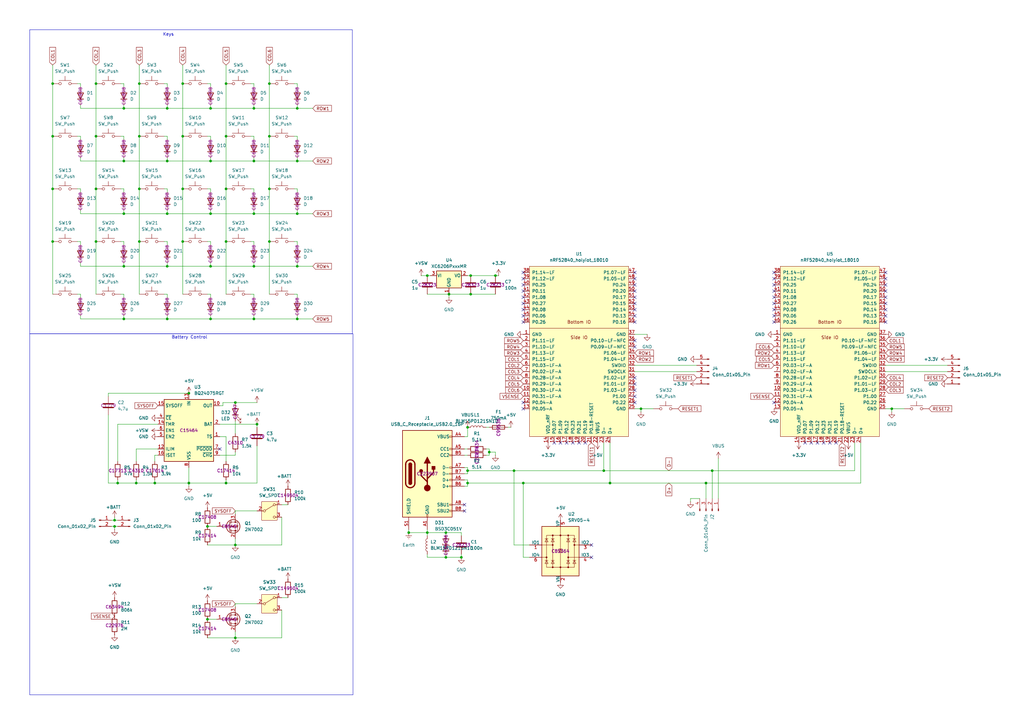
<source format=kicad_sch>
(kicad_sch (version 20250114) (generator "eeschema") (generator_version "9.0")
  (paper "A3")
  (rectangle (start 12.192 12.192) (end 144.526 136.906))
  (rectangle (start 12.192 136.906) (end 144.78 284.988))
  (text "Battery Control" (at 77.724 138.43 0) (effects (font (size 1.27 1.27))))
  (text "Keys" (at 69.088 14.224 0) (effects (font (size 1.27 1.27))))
  (junction (at 57.15 34.29))
  (junction (at 55.88 198.12))
  (junction (at 191.77 193.04))
  (junction (at 46.99 215.9))
  (junction (at 175.26 113.03))
  (junction (at 39.37 34.29))
  (junction (at 121.92 109.22))
  (junction (at 167.64 218.44))
  (junction (at 200.66 185.42))
  (junction (at 92.71 99.06))
  (junction (at 21.59 34.29))
  (junction (at 68.58 109.22))
  (junction (at 77.47 198.12))
  (junction (at 182.88 228.6))
  (junction (at 210.82 193.04))
  (junction (at 121.92 44.45))
  (junction (at 191.77 175.26))
  (junction (at 68.58 44.45))
  (junction (at 193.04 120.65))
  (junction (at 86.36 130.81))
  (junction (at 50.8 87.63))
  (junction (at 105.41 173.99))
  (junction (at 262.89 167.64))
  (junction (at 104.14 87.63))
  (junction (at 104.14 130.81))
  (junction (at 39.37 77.47))
  (junction (at 175.26 218.44))
  (junction (at 21.59 99.06))
  (junction (at 191.77 198.12))
  (junction (at 92.71 55.88))
  (junction (at 50.8 130.81))
  (junction (at 74.93 99.06))
  (junction (at 86.36 87.63))
  (junction (at 74.93 55.88))
  (junction (at 68.58 130.81))
  (junction (at 74.93 34.29))
  (junction (at 96.52 261.62))
  (junction (at 121.92 66.04))
  (junction (at 21.59 77.47))
  (junction (at 110.49 34.29))
  (junction (at 250.19 198.12))
  (junction (at 193.04 113.03))
  (junction (at 104.14 66.04))
  (junction (at 46.99 213.36))
  (junction (at 203.2 113.03))
  (junction (at 50.8 109.22))
  (junction (at 110.49 55.88))
  (junction (at 110.49 77.47))
  (junction (at 68.58 66.04))
  (junction (at 189.23 228.6))
  (junction (at 104.14 44.45))
  (junction (at 50.8 44.45))
  (junction (at 121.92 130.81))
  (junction (at 110.49 99.06))
  (junction (at 184.15 120.65))
  (junction (at 92.71 77.47))
  (junction (at 68.58 87.63))
  (junction (at 57.15 55.88))
  (junction (at 104.14 109.22))
  (junction (at 86.36 66.04))
  (junction (at 85.09 254))
  (junction (at 74.93 77.47))
  (junction (at 63.5 198.12))
  (junction (at 57.15 99.06))
  (junction (at 50.8 66.04))
  (junction (at 39.37 55.88))
  (junction (at 247.65 193.04))
  (junction (at 48.26 198.12))
  (junction (at 57.15 77.47))
  (junction (at 77.47 161.29))
  (junction (at 121.92 87.63))
  (junction (at 292.1 193.04))
  (junction (at 289.56 198.12))
  (junction (at 96.52 165.1))
  (junction (at 86.36 109.22))
  (junction (at 365.76 167.64))
  (junction (at 21.59 55.88))
  (junction (at 96.52 223.52))
  (junction (at 85.09 215.9))
  (junction (at 92.71 34.29))
  (junction (at 39.37 99.06))
  (junction (at 182.88 218.44))
  (junction (at 214.63 198.12))
  (junction (at 86.36 44.45))
  (junction (at 92.71 198.12))
  (no_connect (at 260.35 157.48))
  (no_connect (at 317.5 114.3))
  (no_connect (at 332.74 181.61))
  (no_connect (at 214.63 127))
  (no_connect (at 214.63 132.08))
  (no_connect (at 214.63 119.38))
  (no_connect (at 363.22 127))
  (no_connect (at 342.9 181.61))
  (no_connect (at 214.63 111.76))
  (no_connect (at 190.5 209.55))
  (no_connect (at 363.22 114.3))
  (no_connect (at 363.22 116.84))
  (no_connect (at 340.36 181.61))
  (no_connect (at 363.22 121.92))
  (no_connect (at 260.35 116.84))
  (no_connect (at 317.5 121.92))
  (no_connect (at 227.33 181.61))
  (no_connect (at 260.35 160.02))
  (no_connect (at 260.35 132.08))
  (no_connect (at 214.63 121.92))
  (no_connect (at 363.22 132.08))
  (no_connect (at 317.5 124.46))
  (no_connect (at 214.63 165.1))
  (no_connect (at 337.82 181.61))
  (no_connect (at 317.5 127))
  (no_connect (at 260.35 142.24))
  (no_connect (at 90.17 184.15))
  (no_connect (at 260.35 119.38))
  (no_connect (at 232.41 181.61))
  (no_connect (at 214.63 167.64))
  (no_connect (at 260.35 124.46))
  (no_connect (at 363.22 124.46))
  (no_connect (at 260.35 139.7))
  (no_connect (at 260.35 162.56))
  (no_connect (at 234.95 181.61))
  (no_connect (at 260.35 165.1))
  (no_connect (at 260.35 154.94))
  (no_connect (at 237.49 181.61))
  (no_connect (at 330.2 181.61))
  (no_connect (at 363.22 129.54))
  (no_connect (at 229.87 181.61))
  (no_connect (at 317.5 165.1))
  (no_connect (at 214.63 116.84))
  (no_connect (at 317.5 129.54))
  (no_connect (at 335.28 181.61))
  (no_connect (at 317.5 132.08))
  (no_connect (at 317.5 111.76))
  (no_connect (at 317.5 119.38))
  (no_connect (at 363.22 119.38))
  (no_connect (at 214.63 124.46))
  (no_connect (at 260.35 121.92))
  (no_connect (at 260.35 127))
  (no_connect (at 260.35 114.3))
  (no_connect (at 260.35 129.54))
  (no_connect (at 214.63 114.3))
  (no_connect (at 214.63 129.54))
  (no_connect (at 242.57 228.6))
  (no_connect (at 260.35 111.76))
  (no_connect (at 242.57 223.52))
  (no_connect (at 240.03 181.61))
  (no_connect (at 190.5 207.01))
  (no_connect (at 363.22 111.76))
  (no_connect (at 317.5 116.84))
  (wire (pts (xy 33.02 87.63) (xy 50.8 87.63)))
  (wire (pts (xy 74.93 55.88) (xy 74.93 77.47)))
  (wire (pts (xy 104.14 120.65) (xy 102.87 120.65)))
  (wire (pts (xy 191.77 198.12) (xy 214.63 198.12)))
  (wire (pts (xy 86.36 44.45) (xy 68.58 44.45)))
  (wire (pts (xy 91.44 166.37) (xy 90.17 166.37)))
  (wire (pts (xy 214.63 228.6) (xy 217.17 228.6)))
  (wire (pts (xy 96.52 259.08) (xy 96.52 261.62)))
  (wire (pts (xy 68.58 66.04) (xy 86.36 66.04)))
  (wire (pts (xy 200.66 185.42) (xy 200.66 186.69)))
  (wire (pts (xy 46.99 215.9) (xy 46.99 217.17)))
  (wire (pts (xy 175.26 228.6) (xy 182.88 228.6)))
  (wire (pts (xy 104.14 107.95) (xy 104.14 109.22)))
  (wire (pts (xy 33.02 44.45) (xy 33.02 43.18)))
  (wire (pts (xy 260.35 167.64) (xy 262.89 167.64)))
  (wire (pts (xy 121.92 44.45) (xy 128.27 44.45)))
  (wire (pts (xy 182.88 219.71) (xy 182.88 218.44)))
  (wire (pts (xy 57.15 34.29) (xy 57.15 55.88)))
  (wire (pts (xy 68.58 107.95) (xy 68.58 109.22)))
  (wire (pts (xy 247.65 193.04) (xy 292.1 193.04)))
  (wire (pts (xy 86.36 43.18) (xy 86.36 44.45)))
  (wire (pts (xy 104.14 109.22) (xy 121.92 109.22)))
  (wire (pts (xy 33.02 121.92) (xy 33.02 120.65)))
  (wire (pts (xy 104.14 129.54) (xy 104.14 130.81)))
  (wire (pts (xy 184.15 120.65) (xy 184.15 121.92)))
  (wire (pts (xy 50.8 107.95) (xy 50.8 109.22)))
  (wire (pts (xy 44.45 161.29) (xy 44.45 162.56)))
  (wire (pts (xy 190.5 184.15) (xy 191.77 184.15)))
  (wire (pts (xy 21.59 26.67) (xy 21.59 34.29)))
  (wire (pts (xy 121.92 87.63) (xy 128.27 87.63)))
  (wire (pts (xy 350.52 193.04) (xy 350.52 181.61)))
  (wire (pts (xy 68.58 34.29) (xy 67.31 34.29)))
  (wire (pts (xy 292.1 193.04) (xy 350.52 193.04)))
  (wire (pts (xy 33.02 77.47) (xy 31.75 77.47)))
  (wire (pts (xy 294.64 187.96) (xy 294.64 204.47)))
  (wire (pts (xy 191.77 198.12) (xy 191.77 196.85)))
  (wire (pts (xy 68.58 109.22) (xy 86.36 109.22)))
  (wire (pts (xy 172.72 113.03) (xy 175.26 113.03)))
  (wire (pts (xy 104.14 130.81) (xy 121.92 130.81)))
  (wire (pts (xy 199.39 175.26) (xy 200.66 175.26)))
  (wire (pts (xy 262.89 167.64) (xy 267.97 167.64)))
  (wire (pts (xy 105.41 198.12) (xy 92.71 198.12)))
  (wire (pts (xy 203.2 113.03) (xy 204.47 113.03)))
  (wire (pts (xy 191.77 191.77) (xy 190.5 191.77)))
  (wire (pts (xy 55.88 198.12) (xy 48.26 198.12)))
  (wire (pts (xy 85.09 254) (xy 88.9 254)))
  (wire (pts (xy 200.66 186.69) (xy 199.39 186.69)))
  (wire (pts (xy 191.77 193.04) (xy 191.77 191.77)))
  (wire (pts (xy 121.92 87.63) (xy 121.92 86.36)))
  (wire (pts (xy 190.5 186.69) (xy 191.77 186.69)))
  (wire (pts (xy 77.47 161.29) (xy 44.45 161.29)))
  (wire (pts (xy 33.02 120.65) (xy 31.75 120.65)))
  (wire (pts (xy 96.52 209.55) (xy 105.41 209.55)))
  (wire (pts (xy 86.36 77.47) (xy 85.09 77.47)))
  (wire (pts (xy 365.76 167.64) (xy 365.76 168.91)))
  (wire (pts (xy 68.58 77.47) (xy 67.31 77.47)))
  (wire (pts (xy 200.66 184.15) (xy 200.66 185.42)))
  (wire (pts (xy 50.8 120.65) (xy 49.53 120.65)))
  (wire (pts (xy 86.36 121.92) (xy 86.36 120.65)))
  (wire (pts (xy 292.1 193.04) (xy 292.1 204.47)))
  (wire (pts (xy 175.26 227.33) (xy 175.26 228.6)))
  (wire (pts (xy 33.02 109.22) (xy 50.8 109.22)))
  (wire (pts (xy 33.02 130.81) (xy 50.8 130.81)))
  (wire (pts (xy 68.58 129.54) (xy 68.58 130.81)))
  (wire (pts (xy 96.52 165.1) (xy 91.44 165.1)))
  (wire (pts (xy 363.22 167.64) (xy 365.76 167.64)))
  (wire (pts (xy 191.77 193.04) (xy 210.82 193.04)))
  (wire (pts (xy 121.92 100.33) (xy 121.92 99.06)))
  (wire (pts (xy 68.58 43.18) (xy 68.58 44.45)))
  (wire (pts (xy 85.09 215.9) (xy 88.9 215.9)))
  (wire (pts (xy 193.04 113.03) (xy 203.2 113.03)))
  (wire (pts (xy 86.36 107.95) (xy 86.36 109.22)))
  (wire (pts (xy 68.58 100.33) (xy 68.58 99.06)))
  (wire (pts (xy 121.92 66.04) (xy 128.27 66.04)))
  (wire (pts (xy 191.77 196.85) (xy 190.5 196.85)))
  (wire (pts (xy 104.14 86.36) (xy 104.14 87.63)))
  (wire (pts (xy 110.49 77.47) (xy 110.49 99.06)))
  (wire (pts (xy 33.02 34.29) (xy 31.75 34.29)))
  (wire (pts (xy 289.56 204.47) (xy 289.56 198.12)))
  (wire (pts (xy 283.21 204.47) (xy 283.21 205.74)))
  (wire (pts (xy 50.8 121.92) (xy 50.8 120.65)))
  (wire (pts (xy 175.26 113.03) (xy 176.53 113.03)))
  (wire (pts (xy 21.59 99.06) (xy 21.59 120.65)))
  (wire (pts (xy 167.64 217.17) (xy 167.64 218.44)))
  (wire (pts (xy 77.47 198.12) (xy 63.5 198.12)))
  (wire (pts (xy 105.41 173.99) (xy 105.41 175.26)))
  (wire (pts (xy 121.92 120.65) (xy 120.65 120.65)))
  (wire (pts (xy 191.77 179.07) (xy 191.77 175.26)))
  (wire (pts (xy 50.8 86.36) (xy 50.8 87.63)))
  (wire (pts (xy 86.36 34.29) (xy 85.09 34.29)))
  (wire (pts (xy 86.36 99.06) (xy 85.09 99.06)))
  (wire (pts (xy 50.8 43.18) (xy 50.8 44.45)))
  (wire (pts (xy 86.36 120.65) (xy 85.09 120.65)))
  (wire (pts (xy 121.92 35.56) (xy 121.92 34.29)))
  (wire (pts (xy 68.58 120.65) (xy 67.31 120.65)))
  (wire (pts (xy 189.23 219.71) (xy 189.23 218.44)))
  (wire (pts (xy 33.02 57.15) (xy 33.02 55.88)))
  (wire (pts (xy 50.8 77.47) (xy 49.53 77.47)))
  (wire (pts (xy 121.92 109.22) (xy 128.27 109.22)))
  (wire (pts (xy 167.64 218.44) (xy 175.26 218.44)))
  (wire (pts (xy 191.77 113.03) (xy 193.04 113.03)))
  (wire (pts (xy 33.02 78.74) (xy 33.02 77.47)))
  (wire (pts (xy 121.92 57.15) (xy 121.92 55.88)))
  (wire (pts (xy 55.88 198.12) (xy 63.5 198.12)))
  (wire (pts (xy 33.02 100.33) (xy 33.02 99.06)))
  (wire (pts (xy 121.92 78.74) (xy 121.92 77.47)))
  (wire (pts (xy 191.77 199.39) (xy 191.77 198.12)))
  (wire (pts (xy 104.14 64.77) (xy 104.14 66.04)))
  (wire (pts (xy 121.92 130.81) (xy 121.92 129.54)))
  (wire (pts (xy 68.58 86.36) (xy 68.58 87.63)))
  (wire (pts (xy 57.15 55.88) (xy 57.15 77.47)))
  (wire (pts (xy 57.15 77.47) (xy 57.15 99.06)))
  (wire (pts (xy 74.93 34.29) (xy 74.93 55.88)))
  (wire (pts (xy 214.63 198.12) (xy 250.19 198.12)))
  (wire (pts (xy 121.92 121.92) (xy 121.92 120.65)))
  (wire (pts (xy 68.58 57.15) (xy 68.58 55.88)))
  (wire (pts (xy 68.58 35.56) (xy 68.58 34.29)))
  (wire (pts (xy 45.72 213.36) (xy 46.99 213.36)))
  (wire (pts (xy 44.45 198.12) (xy 48.26 198.12)))
  (wire (pts (xy 48.26 173.99) (xy 64.77 173.99)))
  (wire (pts (xy 33.02 64.77) (xy 33.02 66.04)))
  (wire (pts (xy 48.26 198.12) (xy 48.26 196.85)))
  (wire (pts (xy 33.02 66.04) (xy 50.8 66.04)))
  (wire (pts (xy 50.8 129.54) (xy 50.8 130.81)))
  (wire (pts (xy 104.14 57.15) (xy 104.14 55.88)))
  (wire (pts (xy 77.47 199.39) (xy 77.47 198.12)))
  (wire (pts (xy 96.52 220.98) (xy 96.52 223.52)))
  (wire (pts (xy 104.14 55.88) (xy 102.87 55.88)))
  (wire (pts (xy 190.5 199.39) (xy 191.77 199.39)))
  (wire (pts (xy 289.56 198.12) (xy 250.19 198.12)))
  (wire (pts (xy 39.37 34.29) (xy 39.37 55.88)))
  (wire (pts (xy 50.8 57.15) (xy 50.8 55.88)))
  (wire (pts (xy 260.35 149.86) (xy 285.75 149.86)))
  (wire (pts (xy 199.39 184.15) (xy 200.66 184.15)))
  (wire (pts (xy 175.26 218.44) (xy 175.26 217.17)))
  (wire (pts (xy 86.36 109.22) (xy 104.14 109.22)))
  (wire (pts (xy 48.26 189.23) (xy 48.26 173.99)))
  (wire (pts (xy 115.57 212.09) (xy 115.57 223.52)))
  (wire (pts (xy 104.14 35.56) (xy 104.14 34.29)))
  (wire (pts (xy 121.92 77.47) (xy 120.65 77.47)))
  (wire (pts (xy 33.02 129.54) (xy 33.02 130.81)))
  (wire (pts (xy 86.36 64.77) (xy 86.36 66.04)))
  (wire (pts (xy 86.36 129.54) (xy 86.36 130.81)))
  (wire (pts (xy 92.71 55.88) (xy 92.71 77.47)))
  (wire (pts (xy 33.02 107.95) (xy 33.02 109.22)))
  (wire (pts (xy 110.49 55.88) (xy 110.49 77.47)))
  (wire (pts (xy 63.5 186.69) (xy 64.77 186.69)))
  (wire (pts (xy 68.58 55.88) (xy 67.31 55.88)))
  (wire (pts (xy 115.57 223.52) (xy 96.52 223.52)))
  (wire (pts (xy 203.2 186.69) (xy 203.2 185.42)))
  (wire (pts (xy 210.82 193.04) (xy 247.65 193.04)))
  (wire (pts (xy 115.57 261.62) (xy 96.52 261.62)))
  (wire (pts (xy 86.36 55.88) (xy 85.09 55.88)))
  (wire (pts (xy 68.58 44.45) (xy 50.8 44.45)))
  (wire (pts (xy 63.5 198.12) (xy 63.5 196.85)))
  (wire (pts (xy 121.92 55.88) (xy 120.65 55.88)))
  (wire (pts (xy 353.06 181.61) (xy 353.06 198.12)))
  (wire (pts (xy 91.44 165.1) (xy 91.44 166.37)))
  (wire (pts (xy 46.99 213.36) (xy 46.99 212.09)))
  (wire (pts (xy 210.82 223.52) (xy 217.17 223.52)))
  (wire (pts (xy 96.52 172.72) (xy 96.52 177.8)))
  (wire (pts (xy 50.8 64.77) (xy 50.8 66.04)))
  (wire (pts (xy 189.23 228.6) (xy 189.23 227.33)))
  (wire (pts (xy 50.8 66.04) (xy 68.58 66.04)))
  (wire (pts (xy 74.93 77.47) (xy 74.93 99.06)))
  (wire (pts (xy 115.57 245.11) (xy 118.11 245.11)))
  (wire (pts (xy 283.21 204.47) (xy 287.02 204.47)))
  (wire (pts (xy 63.5 189.23) (xy 63.5 186.69)))
  (wire (pts (xy 104.14 43.18) (xy 104.14 44.45)))
  (wire (pts (xy 50.8 109.22) (xy 68.58 109.22)))
  (wire (pts (xy 33.02 35.56) (xy 33.02 34.29)))
  (wire (pts (xy 39.37 77.47) (xy 39.37 99.06)))
  (wire (pts (xy 115.57 207.01) (xy 118.11 207.01)))
  (wire (pts (xy 121.92 34.29) (xy 120.65 34.29)))
  (wire (pts (xy 250.19 181.61) (xy 250.19 198.12)))
  (wire (pts (xy 86.36 57.15) (xy 86.36 55.88)))
  (wire (pts (xy 50.8 100.33) (xy 50.8 99.06)))
  (wire (pts (xy 68.58 78.74) (xy 68.58 77.47)))
  (wire (pts (xy 104.14 78.74) (xy 104.14 77.47)))
  (wire (pts (xy 200.66 185.42) (xy 203.2 185.42)))
  (wire (pts (xy 50.8 44.45) (xy 33.02 44.45)))
  (wire (pts (xy 193.04 120.65) (xy 203.2 120.65)))
  (wire (pts (xy 210.82 193.04) (xy 210.82 223.52)))
  (wire (pts (xy 104.14 34.29) (xy 102.87 34.29)))
  (wire (pts (xy 110.49 99.06) (xy 110.49 120.65)))
  (wire (pts (xy 92.71 198.12) (xy 77.47 198.12)))
  (wire (pts (xy 105.41 182.88) (xy 105.41 198.12)))
  (wire (pts (xy 77.47 198.12) (xy 77.47 191.77)))
  (wire (pts (xy 208.28 175.26) (xy 209.55 175.26)))
  (wire (pts (xy 90.17 173.99) (xy 105.41 173.99)))
  (wire (pts (xy 74.93 26.67) (xy 74.93 34.29)))
  (wire (pts (xy 175.26 219.71) (xy 175.26 218.44)))
  (wire (pts (xy 92.71 34.29) (xy 92.71 55.88)))
  (wire (pts (xy 50.8 130.81) (xy 68.58 130.81)))
  (wire (pts (xy 96.52 247.65) (xy 105.41 247.65)))
  (wire (pts (xy 46.99 215.9) (xy 48.26 215.9)))
  (wire (pts (xy 110.49 26.67) (xy 110.49 34.29)))
  (wire (pts (xy 39.37 99.06) (xy 39.37 120.65)))
  (wire (pts (xy 50.8 78.74) (xy 50.8 77.47)))
  (wire (pts (xy 96.52 209.55) (xy 96.52 210.82)))
  (wire (pts (xy 46.99 213.36) (xy 48.26 213.36)))
  (wire (pts (xy 365.76 167.64) (xy 370.84 167.64)))
  (wire (pts (xy 104.14 77.47) (xy 102.87 77.47)))
  (wire (pts (xy 64.77 184.15) (xy 55.88 184.15)))
  (wire (pts (xy 50.8 87.63) (xy 68.58 87.63)))
  (wire (pts (xy 262.89 167.64) (xy 262.89 168.91)))
  (wire (pts (xy 115.57 250.19) (xy 115.57 261.62)))
  (wire (pts (xy 55.88 196.85) (xy 55.88 198.12)))
  (wire (pts (xy 86.36 130.81) (xy 104.14 130.81)))
  (wire (pts (xy 92.71 196.85) (xy 92.71 198.12)))
  (wire (pts (xy 260.35 137.16) (xy 265.43 137.16)))
  (wire (pts (xy 68.58 99.06) (xy 67.31 99.06)))
  (wire (pts (xy 182.88 218.44) (xy 175.26 218.44)))
  (wire (pts (xy 121.92 66.04) (xy 121.92 64.77)))
  (wire (pts (xy 50.8 55.88) (xy 49.53 55.88)))
  (wire (pts (xy 363.22 152.4) (xy 388.62 152.4)))
  (wire (pts (xy 214.63 198.12) (xy 214.63 228.6)))
  (wire (pts (xy 96.52 185.42) (xy 96.52 186.69)))
  (wire (pts (xy 39.37 26.67) (xy 39.37 34.29)))
  (wire (pts (xy 86.36 86.36) (xy 86.36 87.63)))
  (wire (pts (xy 68.58 64.77) (xy 68.58 66.04)))
  (wire (pts (xy 86.36 78.74) (xy 86.36 77.47)))
  (wire (pts (xy 190.5 194.31) (xy 191.77 194.31)))
  (wire (pts (xy 33.02 86.36) (xy 33.02 87.63)))
  (wire (pts (xy 96.52 261.62) (xy 85.09 261.62)))
  (wire (pts (xy 363.22 149.86) (xy 388.62 149.86)))
  (wire (pts (xy 21.59 55.88) (xy 21.59 77.47)))
  (wire (pts (xy 33.02 55.88) (xy 31.75 55.88)))
  (wire (pts (xy 33.02 99.06) (xy 31.75 99.06)))
  (wire (pts (xy 68.58 130.81) (xy 86.36 130.81)))
  (wire (pts (xy 121.92 130.81) (xy 128.27 130.81)))
  (wire (pts (xy 182.88 228.6) (xy 182.88 227.33)))
  (wire (pts (xy 21.59 77.47) (xy 21.59 99.06)))
  (wire (pts (xy 190.5 179.07) (xy 191.77 179.07)))
  (wire (pts (xy 260.35 152.4) (xy 285.75 152.4)))
  (wire (pts (xy 57.15 99.06) (xy 57.15 120.65)))
  (wire (pts (xy 45.72 215.9) (xy 46.99 215.9)))
  (wire (pts (xy 182.88 228.6) (xy 189.23 228.6)))
  (wire (pts (xy 121.92 109.22) (xy 121.92 107.95)))
  (wire (pts (xy 86.36 35.56) (xy 86.36 34.29)))
  (wire (pts (xy 96.52 186.69) (xy 90.17 186.69)))
  (wire (pts (xy 189.23 218.44) (xy 182.88 218.44)))
  (wire (pts (xy 96.52 165.1) (xy 105.41 165.1)))
  (wire (pts (xy 353.06 198.12) (xy 289.56 198.12)))
  (wire (pts (xy 57.15 26.67) (xy 57.15 34.29)))
  (wire (pts (xy 104.14 44.45) (xy 86.36 44.45)))
  (wire (pts (xy 121.92 44.45) (xy 104.14 44.45)))
  (wire (pts (xy 121.92 99.06) (xy 120.65 99.06)))
  (wire (pts (xy 96.52 223.52) (xy 85.09 223.52)))
  (wire (pts (xy 191.77 194.31) (xy 191.77 193.04)))
  (wire (pts (xy 86.36 87.63) (xy 104.14 87.63)))
  (wire (pts (xy 21.59 34.29) (xy 21.59 55.88)))
  (wire (pts (xy 92.71 26.67) (xy 92.71 34.29)))
  (wire (pts (xy 104.14 99.06) (xy 102.87 99.06)))
  (wire (pts (xy 55.88 184.15) (xy 55.88 189.23)))
  (wire (pts (xy 92.71 99.06) (xy 92.71 120.65)))
  (wire (pts (xy 68.58 87.63) (xy 86.36 87.63)))
  (wire (pts (xy 74.93 99.06) (xy 74.93 120.65)))
  (wire (pts (xy 50.8 99.06) (xy 49.53 99.06)))
  (wire (pts (xy 175.26 120.65) (xy 184.15 120.65)))
  (wire (pts (xy 92.71 77.47) (xy 92.71 99.06)))
  (wire (pts (xy 104.14 66.04) (xy 121.92 66.04)))
  (wire (pts (xy 86.36 100.33) (xy 86.36 99.06)))
  (wire (pts (xy 86.36 66.04) (xy 104.14 66.04)))
  (wire (pts (xy 92.71 189.23) (xy 92.71 179.07)))
  (wire (pts (xy 121.92 43.18) (xy 121.92 44.45)))
  (wire (pts (xy 39.37 55.88) (xy 39.37 77.47)))
  (wire (pts (xy 92.71 179.07) (xy 90.17 179.07)))
  (wire (pts (xy 68.58 121.92) (xy 68.58 120.65)))
  (wire (pts (xy 104.14 121.92) (xy 104.14 120.65)))
  (wire (pts (xy 50.8 35.56) (xy 50.8 34.29)))
  (wire (pts (xy 96.52 247.65) (xy 96.52 248.92)))
  (wire (pts (xy 247.65 193.04) (xy 247.65 181.61)))
  (wire (pts (xy 50.8 34.29) (xy 49.53 34.29)))
  (wire (pts (xy 104.14 100.33) (xy 104.14 99.06)))
  (wire (pts (xy 110.49 34.29) (xy 110.49 55.88)))
  (wire (pts (xy 44.45 170.18) (xy 44.45 198.12)))
  (wire (pts (xy 193.04 120.65) (xy 184.15 120.65)))
  (wire (pts (xy 104.14 87.63) (xy 121.92 87.63)))
  (global_label "COL3" (shape input) (at 363.22 160.02 0) (property "Intersheetrefs" "${INTERSHEET_REFS}" (effects (hide yes))))
  (global_label "ROW4" (shape input) (at 128.27 109.22 0) (property "Intersheetrefs" "${INTERSHEET_REFS}" (effects (hide yes))))
  (global_label "COL5" (shape input) (at 92.71 26.67 90) (property "Intersheetrefs" "${INTERSHEET_REFS}" (effects (hide yes))))
  (global_label "ROW4" (shape input) (at 214.63 142.24 180) (property "Intersheetrefs" "${INTERSHEET_REFS}" (effects (hide yes))))
  (global_label "COL2" (shape input) (at 214.63 149.86 180) (property "Intersheetrefs" "${INTERSHEET_REFS}" (effects (hide yes))))
  (global_label "SYSOFF" (shape input) (at 64.77 166.37 180) (property "Intersheetrefs" "${INTERSHEET_REFS}" (effects (hide yes))))
  (global_label "COL5" (shape input) (at 317.5 147.32 180) (property "Intersheetrefs" "${INTERSHEET_REFS}" (effects (hide yes))))
  (global_label "ROW3" (shape input) (at 128.27 87.63 0) (property "Intersheetrefs" "${INTERSHEET_REFS}" (effects (hide yes))))
  (global_label "COL3" (shape input) (at 214.63 152.4 180) (property "Intersheetrefs" "${INTERSHEET_REFS}" (effects (hide yes))))
  (global_label "SYSOFF" (shape input) (at 96.52 247.65 180) (property "Intersheetrefs" "${INTERSHEET_REFS}" (effects (hide yes))))
  (global_label "COL4" (shape input) (at 74.93 26.67 90) (property "Intersheetrefs" "${INTERSHEET_REFS}" (effects (hide yes))))
  (global_label "ROW4" (shape input) (at 363.22 144.78 0) (property "Intersheetrefs" "${INTERSHEET_REFS}" (effects (hide yes))))
  (global_label "COL6" (shape input) (at 110.49 26.67 90) (property "Intersheetrefs" "${INTERSHEET_REFS}" (effects (hide yes))))
  (global_label "RESET1" (shape input) (at 242.57 181.61 270) (property "Intersheetrefs" "${INTERSHEET_REFS}" (effects (hide yes))))
  (global_label "COL3" (shape input) (at 57.15 26.67 90) (property "Intersheetrefs" "${INTERSHEET_REFS}" (effects (hide yes))))
  (global_label "ROW5" (shape input) (at 363.22 142.24 0) (property "Intersheetrefs" "${INTERSHEET_REFS}" (effects (hide yes))))
  (global_label "ROW1" (shape input) (at 317.5 149.86 180) (property "Intersheetrefs" "${INTERSHEET_REFS}" (effects (hide yes))))
  (global_label "VSENSE" (shape input) (at 317.5 162.56 180) (property "Intersheetrefs" "${INTERSHEET_REFS}" (effects (hide yes))))
  (global_label "COL4" (shape input) (at 363.22 154.94 0) (property "Intersheetrefs" "${INTERSHEET_REFS}" (effects (hide yes))))
  (global_label "ROW3" (shape input) (at 214.63 144.78 180) (property "Intersheetrefs" "${INTERSHEET_REFS}" (effects (hide yes))))
  (global_label "D+" (shape input) (at 274.32 198.12 270) (property "Intersheetrefs" "${INTERSHEET_REFS}" (effects (hide yes))))
  (global_label "RESET2" (shape input) (at 381 167.64 0) (property "Intersheetrefs" "${INTERSHEET_REFS}" (effects (hide yes))))
  (global_label "RESET2" (shape input) (at 388.62 154.94 180) (property "Intersheetrefs" "${INTERSHEET_REFS}" (effects (hide yes))))
  (global_label "COL4" (shape input) (at 214.63 154.94 180) (property "Intersheetrefs" "${INTERSHEET_REFS}" (effects (hide yes))))
  (global_label "COL2" (shape input) (at 363.22 157.48 0) (property "Intersheetrefs" "${INTERSHEET_REFS}" (effects (hide yes))))
  (global_label "VSENSE" (shape input) (at 214.63 162.56 180) (property "Intersheetrefs" "${INTERSHEET_REFS}" (effects (hide yes))))
  (global_label "RESET2" (shape input) (at 345.44 181.61 270) (property "Intersheetrefs" "${INTERSHEET_REFS}" (effects (hide yes))))
  (global_label "SYSOFF" (shape input) (at 96.52 209.55 180) (property "Intersheetrefs" "${INTERSHEET_REFS}" (effects (hide yes))))
  (global_label "RESET1" (shape input) (at 285.75 154.94 180) (property "Intersheetrefs" "${INTERSHEET_REFS}" (effects (hide yes))))
  (global_label "ROW2" (shape input) (at 128.27 66.04 0) (property "Intersheetrefs" "${INTERSHEET_REFS}" (effects (hide yes))))
  (global_label "ROW2" (shape input) (at 317.5 144.78 180) (property "Intersheetrefs" "${INTERSHEET_REFS}" (effects (hide yes))))
  (global_label "COL1" (shape input) (at 21.59 26.67 90) (property "Intersheetrefs" "${INTERSHEET_REFS}" (effects (hide yes))))
  (global_label "D-" (shape input) (at 274.32 193.04 90) (property "Intersheetrefs" "${INTERSHEET_REFS}" (effects (hide yes))))
  (global_label "COL1" (shape input) (at 214.63 147.32 180) (property "Intersheetrefs" "${INTERSHEET_REFS}" (effects (hide yes))))
  (global_label "COL6" (shape input) (at 214.63 160.02 180) (property "Intersheetrefs" "${INTERSHEET_REFS}" (effects (hide yes))))
  (global_label "COL6" (shape input) (at 317.5 142.24 180) (property "Intersheetrefs" "${INTERSHEET_REFS}" (effects (hide yes))))
  (global_label "ROW3" (shape input) (at 363.22 147.32 0) (property "Intersheetrefs" "${INTERSHEET_REFS}" (effects (hide yes))))
  (global_label "ROW2" (shape input) (at 260.35 147.32 0) (property "Intersheetrefs" "${INTERSHEET_REFS}" (effects (hide yes))))
  (global_label "RESET1" (shape input) (at 278.13 167.64 0) (property "Intersheetrefs" "${INTERSHEET_REFS}" (effects (hide yes))))
  (global_label "ROW1" (shape input) (at 260.35 144.78 0) (property "Intersheetrefs" "${INTERSHEET_REFS}" (effects (hide yes))))
  (global_label "VSENSE" (shape input) (at 46.99 252.73 180) (property "Intersheetrefs" "${INTERSHEET_REFS}" (effects (hide yes))))
  (global_label "ROW5" (shape input) (at 128.27 130.81 0) (property "Intersheetrefs" "${INTERSHEET_REFS}" (effects (hide yes))))
  (global_label "ROW1" (shape input) (at 128.27 44.45 0) (property "Intersheetrefs" "${INTERSHEET_REFS}" (effects (hide yes))))
  (global_label "COL2" (shape input) (at 39.37 26.67 90) (property "Intersheetrefs" "${INTERSHEET_REFS}" (effects (hide yes))))
  (global_label "ROW5" (shape input) (at 214.63 139.7 180) (property "Intersheetrefs" "${INTERSHEET_REFS}" (effects (hide yes))))
  (global_label "COL1" (shape input) (at 363.22 139.7 0) (property "Intersheetrefs" "${INTERSHEET_REFS}" (effects (hide yes))))
  (global_label "COL5" (shape input) (at 214.63 157.48 180) (property "Intersheetrefs" "${INTERSHEET_REFS}" (effects (hide yes))))
  (symbol (lib_id "Diode:SMAJ51CA") (at 182.88 223.52 90) (unit 1)
    (property "Reference" "D31" (at 178.308 214.376 90) (effects (justify right)))
    (property "Value" "BSD3C051V" (at 178.308 216.916 90) (effects (justify right)))
    (property "Footprint" "Diode_SMD:D_SMA" (effects (hide yes)))
    (property "Datasheet" "https://www.littelfuse.com/media?resourcetype=datasheets&itemid=75e32973-b177-4ee3-a0ff-cedaf1abdb93&filename=smaj-datasheet" (effects (hide yes)))
    (property "Description" "400W bidirectional Transient Voltage Suppressor, 51.0Vr, SMA(DO-214AC)" (effects (hide yes)))
    (property "LCSC" "C151996" (at 182.88 223.52 0))
  )
  (symbol (lib_id "power:VBUS") (at 191.77 175.26 0) (unit 1)
    (property "Reference" "#PWR011" (effects (hide yes)))
    (property "Value" "VBUS" (at 191.77 170.18 0))
    (property "Description" "Power symbol creates a global label with name \"VBUS\"" (effects (hide yes)))
  )
  (symbol (lib_id "power:+VSW") (at 46.99 245.11 0) (unit 1)
    (property "Reference" "#PWR031" (effects (hide yes)))
    (property "Value" "+VSW" (at 46.99 240.03 0))
    (property "Description" "Power symbol creates a global label with name \"+VSW\"" (effects (hide yes)))
  )
  (symbol (lib_id "power:GND") (at 214.63 137.16 270) (unit 1)
    (property "Reference" "#PWR033" (effects (hide yes)))
    (property "Value" "GND" (at 210.82 137.1599 90) (effects (justify right)))
    (property "Description" "Power symbol creates a global label with name \"GND\" , ground" (effects (hide yes)))
  )
  (symbol (lib_id "Device:D") (at 104.14 60.96 90) (unit 1)
    (property "Reference" "D11" (at 106.68 59.6899 90) (effects (justify right)))
    (property "Value" "D" (at 106.68 62.2299 90) (effects (justify right)))
    (property "Footprint" "Diode_SMD:D_SOD-123F" (effects (hide yes)))
    (property "Description" "Diode" (effects (hide yes)))
    (property "Sim.Device" "D" (effects (hide yes)))
    (property "Sim.Pins" "1=K 2=A" (effects (hide yes)))
    (property "LCSC" "C64898" (at 104.14 60.96 0))
  )
  (symbol (lib_id "Device:D") (at 33.02 125.73 90) (unit 1)
    (property "Reference" "D25" (at 35.56 124.4599 90) (effects (justify right)))
    (property "Value" "D" (at 35.56 126.9999 90) (effects (justify right)))
    (property "Footprint" "Diode_SMD:D_SOD-123F" (effects (hide yes)))
    (property "Description" "Diode" (effects (hide yes)))
    (property "Sim.Device" "D" (effects (hide yes)))
    (property "Sim.Pins" "1=K 2=A" (effects (hide yes)))
    (property "LCSC" "C64898" (at 33.02 125.73 0))
  )
  (symbol (lib_id "Switch:SW_Push") (at 273.05 167.64 0) (unit 1)
    (property "Reference" "SW32" (at 273.05 160.02 0))
    (property "Value" "SW_Push" (at 273.05 162.56 0))
    (property "Footprint" "Jumper:SolderJumper-2_P1.3mm_Open_RoundedPad1.0x1.5mm" (effects (hide yes)))
    (property "Description" "Push button switch, generic, two pins" (effects (hide yes)))
  )
  (symbol (lib_id "Switch:SW_Push") (at 26.67 55.88 0) (unit 1)
    (property "Reference" "SW7" (at 26.67 48.26 0))
    (property "Value" "SW_Push" (at 26.67 50.8 0))
    (property "Footprint" "PCM_marbastlib-xp-choc:SW_PG1316S" (effects (hide yes)))
    (property "Description" "Push button switch, generic, two pins" (effects (hide yes)))
  )
  (symbol (lib_id "Device:C") (at 203.2 116.84 0) (unit 1)
    (property "Reference" "C7" (at 207.01 115.5699 0) (effects (justify left)))
    (property "Value" "100n" (at 207.01 118.1099 0) (effects (justify left)))
    (property "Footprint" "Capacitor_SMD:C_0805_2012Metric_Pad1.18x1.45mm_HandSolder" (effects (hide yes)))
    (property "Description" "Unpolarized capacitor" (effects (hide yes)))
    (property "LCSC" "C28233" (at 203.2 116.84 0))
  )
  (symbol (lib_id "Switch:SW_Push") (at 44.45 55.88 0) (unit 1)
    (property "Reference" "SW8" (at 44.45 48.26 0))
    (property "Value" "SW_Push" (at 44.45 50.8 0))
    (property "Footprint" "PCM_marbastlib-xp-choc:SW_PG1316S" (effects (hide yes)))
    (property "Description" "Push button switch, generic, two pins" (effects (hide yes)))
  )
  (symbol (lib_id "Connector:USB_C_Receptacle_USB2.0_16P") (at 175.26 194.31 0) (unit 1)
    (property "Reference" "J1" (at 175.26 171.45 0))
    (property "Value" "USB_C_Receptacle_USB2.0_16P" (at 175.26 173.99 0))
    (property "Footprint" "PCM_marbastlib-various:USB_C_Receptacle_HRO_TYPE-C-31-M-14" (effects (hide yes)))
    (property "Datasheet" "https://www.usb.org/sites/default/files/documents/usb_type-c.zip" (effects (hide yes)))
    (property "Description" "USB 2.0-only 16P Type-C Receptacle connector" (effects (hide yes)))
    (property "LCSC" "C223907" (at 175.26 194.31 0))
  )
  (symbol (lib_id "Switch:SW_Push") (at 97.79 55.88 0) (unit 1)
    (property "Reference" "SW11" (at 97.79 48.26 0))
    (property "Value" "SW_Push" (at 97.79 50.8 0))
    (property "Footprint" "PCM_marbastlib-xp-choc:SW_PG1316S" (effects (hide yes)))
    (property "Description" "Push button switch, generic, two pins" (effects (hide yes)))
  )
  (symbol (lib_id "Device:R") (at 118.11 203.2 0) (mirror y) (unit 1)
    (property "Reference" "R10" (at 120.65 201.9299 0) (effects (justify right)))
    (property "Value" "100k" (at 120.65 204.4699 0) (effects (justify right)))
    (property "Footprint" "Resistor_SMD:R_0805_2012Metric_Pad1.20x1.40mm_HandSolder" (effects (hide yes)))
    (property "Description" "Resistor" (effects (hide yes)))
    (property "LCSC" "C149504" (at 118.11 203.2 0))
  )
  (symbol (lib_id "Device:R") (at 92.71 193.04 0) (unit 1)
    (property "Reference" "R6" (at 95.25 191.7699 0) (effects (justify left)))
    (property "Value" "10k" (at 95.25 194.3099 0) (effects (justify left)))
    (property "Footprint" "Resistor_SMD:R_0805_2012Metric_Pad1.20x1.40mm_HandSolder" (effects (hide yes)))
    (property "Description" "Resistor" (effects (hide yes)))
    (property "LCSC" "C17414" (at 92.71 193.04 0))
  )
  (symbol (lib_id "PCM_marbastlib-various:SRV05-4") (at 229.87 226.06 0) (unit 1)
    (property "Reference" "U2" (at 232.9881 210.82 0) (effects (justify left)))
    (property "Value" "SRV05-4" (at 232.9881 213.36 0) (effects (justify left)))
    (property "Footprint" "PCM_marbastlib-various:SOT-23-6-routable" (effects (hide yes)))
    (property "Datasheet" "http://www.onsemi.com/pub/Collateral/SRV05-4-D.PDF" (effects (hide yes)))
    (property "Description" "ESD Protection Diodes with Low Clamping Voltage, SOT-23-6" (effects (hide yes)))
    (property "LCSC" "C85364" (at 229.87 226.06 0))
  )
  (symbol (lib_id "power:+VSW") (at 172.72 113.03 0) (unit 1)
    (property "Reference" "#PWR026" (effects (hide yes)))
    (property "Value" "+VSW" (at 172.72 107.95 0))
    (property "Description" "Power symbol creates a global label with name \"+VSW\"" (effects (hide yes)))
  )
  (symbol (lib_id "PCM_marbastlib-various:nRF52840_holyiot_18010") (at 237.49 134.62 0) (unit 1)
    (property "Reference" "U1" (at 237.49 104.14 0))
    (property "Value" "nRF52840_holyiot_18010" (at 237.49 106.68 0))
    (property "Footprint" "PCM_marbastlib-various:nRF52840_holyiot_18010_HS_simple" (effects (hide yes)))
    (property "Datasheet" "http://www.holyiot.com/tp/2019042516322180424.pdf" (effects (hide yes)))
    (property "Description" "nRF52840 BT LE module" (effects (hide yes)))
  )
  (symbol (lib_id "power:+5V") (at 229.87 213.36 0) (unit 1)
    (property "Reference" "#PWR07" (effects (hide yes)))
    (property "Value" "+5V" (at 229.87 208.28 0))
    (property "Description" "Power symbol creates a global label with name \"+5V\"" (effects (hide yes)))
  )
  (symbol (lib_id "Device:D") (at 33.02 39.37 90) (unit 1)
    (property "Reference" "D1" (at 35.56 38.0999 90) (effects (justify right)))
    (property "Value" "D" (at 35.56 40.6399 90) (effects (justify right)))
    (property "Footprint" "Diode_SMD:D_SOD-123F" (effects (hide yes)))
    (property "Description" "Diode" (effects (hide yes)))
    (property "Sim.Device" "D" (effects (hide yes)))
    (property "Sim.Pins" "1=K 2=A" (effects (hide yes)))
    (property "LCSC" "C64898" (at 33.02 39.37 0))
  )
  (symbol (lib_id "Switch:SW_Push") (at 115.57 34.29 0) (unit 1)
    (property "Reference" "SW6" (at 115.57 26.67 0))
    (property "Value" "SW_Push" (at 115.57 29.21 0))
    (property "Footprint" "PCM_marbastlib-xp-choc:SW_PG1316S" (effects (hide yes)))
    (property "Description" "Push button switch, generic, two pins" (effects (hide yes)))
  )
  (symbol (lib_id "Device:R") (at 63.5 193.04 0) (unit 1)
    (property "Reference" "R3" (at 66.04 191.7699 0) (effects (justify left)))
    (property "Value" "3.9k" (at 66.04 194.3099 0) (effects (justify left)))
    (property "Footprint" "Resistor_SMD:R_0805_2012Metric_Pad1.20x1.40mm_HandSolder" (effects (hide yes)))
    (property "Description" "Resistor" (effects (hide yes)))
    (property "LCSC" "C17614" (at 63.5 193.04 0))
  )
  (symbol (lib_id "Device:R") (at 195.58 184.15 90) (unit 1)
    (property "Reference" "R1" (at 195.58 177.8 90))
    (property "Value" "5.1k" (at 195.58 180.34 90))
    (property "Footprint" "Resistor_SMD:R_0805_2012Metric_Pad1.20x1.40mm_HandSolder" (effects (hide yes)))
    (property "Description" "Resistor" (effects (hide yes)))
    (property "LCSC" "C27834" (at 195.58 184.15 0))
  )
  (symbol (lib_id "Device:R") (at 46.99 256.54 0) (mirror y) (unit 1)
    (property "Reference" "R11" (at 49.53 255.2699 0) (effects (justify right)))
    (property "Value" "2M" (at 49.53 257.8099 0) (effects (justify right)))
    (property "Footprint" "Resistor_SMD:R_0603_1608Metric_Pad0.98x0.95mm_HandSolder" (effects (hide yes)))
    (property "Description" "Resistor" (effects (hide yes)))
    (property "LCSC" "C22976" (at 46.99 256.54 0))
  )
  (symbol (lib_id "Device:D") (at 33.02 60.96 90) (unit 1)
    (property "Reference" "D7" (at 35.56 59.6899 90) (effects (justify right)))
    (property "Value" "D" (at 35.56 62.2299 90) (effects (justify right)))
    (property "Footprint" "Diode_SMD:D_SOD-123F" (effects (hide yes)))
    (property "Description" "Diode" (effects (hide yes)))
    (property "Sim.Device" "D" (effects (hide yes)))
    (property "Sim.Pins" "1=K 2=A" (effects (hide yes)))
    (property "LCSC" "C64898" (at 33.02 60.96 0))
  )
  (symbol (lib_id "power:GND") (at 229.87 238.76 0) (unit 1)
    (property "Reference" "#PWR08" (effects (hide yes)))
    (property "Value" "GND" (at 229.87 243.84 0))
    (property "Description" "Power symbol creates a global label with name \"GND\" , ground" (effects (hide yes)))
  )
  (symbol (lib_id "Switch:SW_Push") (at 97.79 120.65 0) (unit 1)
    (property "Reference" "SW29" (at 97.79 113.03 0))
    (property "Value" "SW_Push" (at 97.79 115.57 0))
    (property "Footprint" "PCM_marbastlib-xp-choc:SW_PG1316S" (effects (hide yes)))
    (property "Description" "Push button switch, generic, two pins" (effects (hide yes)))
  )
  (symbol (lib_id "Switch:SW_Push") (at 26.67 34.29 0) (unit 1)
    (property "Reference" "SW1" (at 26.67 26.67 0))
    (property "Value" "SW_Push" (at 26.67 29.21 0))
    (property "Footprint" "PCM_marbastlib-xp-choc:SW_PG1316S" (effects (hide yes)))
    (property "Description" "Push button switch, generic, two pins" (effects (hide yes)))
  )
  (symbol (lib_id "power:+5V") (at 77.47 161.29 0) (unit 1)
    (property "Reference" "#PWR013" (effects (hide yes)))
    (property "Value" "+5V" (at 77.47 156.21 0))
    (property "Description" "Power symbol creates a global label with name \"+5V\"" (effects (hide yes)))
  )
  (symbol (lib_id "power:Earth") (at 167.64 218.44 0) (unit 1)
    (property "Reference" "#PWR05" (effects (hide yes)))
    (property "Value" "Earth" (at 167.64 223.52 0))
    (property "Description" "Power symbol creates a global label with name \"Earth\"" (effects (hide yes)))
  )
  (symbol (lib_id "power:GND") (at 265.43 137.16 0) (unit 1)
    (property "Reference" "#PWR04" (effects (hide yes)))
    (property "Value" "GND" (at 265.43 142.24 0))
    (property "Description" "Power symbol creates a global label with name \"GND\" , ground" (effects (hide yes)))
  )
  (symbol (lib_id "PCM_marbastlib-various:nRF52840_holyiot_18010") (at 340.36 134.62 0) (unit 1)
    (property "Reference" "U5" (at 340.36 104.14 0))
    (property "Value" "nRF52840_holyiot_18010" (at 340.36 106.68 0))
    (property "Footprint" "PCM_marbastlib-various:nRF52840_holyiot_18010_HS_simple" (effects (hide yes)))
    (property "Datasheet" "http://www.holyiot.com/tp/2019042516322180424.pdf" (effects (hide yes)))
    (property "Description" "nRF52840 BT LE module" (effects (hide yes)))
  )
  (symbol (lib_id "power:GND") (at 262.89 168.91 0) (unit 1)
    (property "Reference" "#PWR01" (effects (hide yes)))
    (property "Value" "GND" (at 262.89 173.99 0))
    (property "Description" "Power symbol creates a global label with name \"GND\" , ground" (effects (hide yes)))
  )
  (symbol (lib_id "power:GND") (at 64.77 179.07 270) (unit 1)
    (property "Reference" "#PWR014" (effects (hide yes)))
    (property "Value" "GND" (at 60.96 179.0699 90) (effects (justify right)))
    (property "Description" "Power symbol creates a global label with name \"GND\" , ground" (effects (hide yes)))
  )
  (symbol (lib_id "power:GND") (at 189.23 228.6 0) (unit 1)
    (property "Reference" "#PWR02" (effects (hide yes)))
    (property "Value" "GND" (at 189.23 233.68 0))
    (property "Description" "Power symbol creates a global label with name \"GND\" , ground" (effects (hide yes)))
  )
  (symbol (lib_id "Switch:SW_Push") (at 44.45 77.47 0) (unit 1)
    (property "Reference" "SW14" (at 44.45 69.85 0))
    (property "Value" "SW_Push" (at 44.45 72.39 0))
    (property "Footprint" "PCM_marbastlib-xp-choc:SW_PG1316S" (effects (hide yes)))
    (property "Description" "Push button switch, generic, two pins" (effects (hide yes)))
  )
  (symbol (lib_id "Switch:SW_Push") (at 115.57 55.88 0) (unit 1)
    (property "Reference" "SW12" (at 115.57 48.26 0))
    (property "Value" "SW_Push" (at 115.57 50.8 0))
    (property "Footprint" "PCM_marbastlib-xp-choc:SW_PG1316S" (effects (hide yes)))
    (property "Description" "Push button switch, generic, two pins" (effects (hide yes)))
  )
  (symbol (lib_id "Device:D") (at 33.02 104.14 90) (unit 1)
    (property "Reference" "D19" (at 35.56 102.8699 90) (effects (justify right)))
    (property "Value" "D" (at 35.56 105.4099 90) (effects (justify right)))
    (property "Footprint" "Diode_SMD:D_SOD-123F" (effects (hide yes)))
    (property "Description" "Diode" (effects (hide yes)))
    (property "Sim.Device" "D" (effects (hide yes)))
    (property "Sim.Pins" "1=K 2=A" (effects (hide yes)))
    (property "LCSC" "C64898" (at 33.02 104.14 0))
  )
  (symbol (lib_id "Device:C") (at 189.23 223.52 0) (unit 1)
    (property "Reference" "C1" (at 193.04 222.2499 0) (effects (justify left)))
    (property "Value" "100n" (at 193.04 224.7899 0) (effects (justify left)))
    (property "Footprint" "Capacitor_SMD:C_0805_2012Metric_Pad1.18x1.45mm_HandSolder" (effects (hide yes)))
    (property "Description" "Unpolarized capacitor" (effects (hide yes)))
    (property "LCSC" "C28233" (at 189.23 223.52 0))
  )
  (symbol (lib_id "Device:D") (at 86.36 125.73 90) (unit 1)
    (property "Reference" "D28" (at 88.9 124.4599 90) (effects (justify right)))
    (property "Value" "D" (at 88.9 126.9999 90) (effects (justify right)))
    (property "Footprint" "Diode_SMD:D_SOD-123F" (effects (hide yes)))
    (property "Description" "Diode" (effects (hide yes)))
    (property "Sim.Device" "D" (effects (hide yes)))
    (property "Sim.Pins" "1=K 2=A" (effects (hide yes)))
    (property "LCSC" "C64898" (at 86.36 125.73 0))
  )
  (symbol (lib_id "Device:D") (at 68.58 39.37 90) (unit 1)
    (property "Reference" "D3" (at 71.12 38.0999 90) (effects (justify right)))
    (property "Value" "D" (at 71.12 40.6399 90) (effects (justify right)))
    (property "Footprint" "Diode_SMD:D_SOD-123F" (effects (hide yes)))
    (property "Description" "Diode" (effects (hide yes)))
    (property "Sim.Device" "D" (effects (hide yes)))
    (property "Sim.Pins" "1=K 2=A" (effects (hide yes)))
    (property "LCSC" "C64898" (at 68.58 39.37 0))
  )
  (symbol (lib_id "power:+5V") (at 245.11 181.61 180) (unit 1)
    (property "Reference" "#PWR024" (effects (hide yes)))
    (property "Value" "+5V" (at 245.11 186.69 0))
    (property "Description" "Power symbol creates a global label with name \"+5V\"" (effects (hide yes)))
  )
  (symbol (lib_id "Switch:SW_Push") (at 44.45 120.65 0) (unit 1)
    (property "Reference" "SW26" (at 44.45 113.03 0))
    (property "Value" "SW_Push" (at 44.45 115.57 0))
    (property "Footprint" "PCM_marbastlib-xp-choc:SW_PG1316S" (effects (hide yes)))
    (property "Description" "Push button switch, generic, two pins" (effects (hide yes)))
  )
  (symbol (lib_id "Device:D") (at 50.8 125.73 90) (unit 1)
    (property "Reference" "D26" (at 53.34 124.4599 90) (effects (justify right)))
    (property "Value" "D" (at 53.34 126.9999 90) (effects (justify right)))
    (property "Footprint" "Diode_SMD:D_SOD-123F" (effects (hide yes)))
    (property "Description" "Diode" (effects (hide yes)))
    (property "Sim.Device" "D" (effects (hide yes)))
    (property "Sim.Pins" "1=K 2=A" (effects (hide yes)))
    (property "LCSC" "C64898" (at 50.8 125.73 0))
  )
  (symbol (lib_id "Switch:SW_Push") (at 97.79 77.47 0) (unit 1)
    (property "Reference" "SW17" (at 97.79 69.85 0))
    (property "Value" "SW_Push" (at 97.79 72.39 0))
    (property "Footprint" "PCM_marbastlib-xp-choc:SW_PG1316S" (effects (hide yes)))
    (property "Description" "Push button switch, generic, two pins" (effects (hide yes)))
  )
  (symbol (lib_id "Switch:SW_Push") (at 44.45 99.06 0) (unit 1)
    (property "Reference" "SW20" (at 44.45 91.44 0))
    (property "Value" "SW_Push" (at 44.45 93.98 0))
    (property "Footprint" "PCM_marbastlib-xp-choc:SW_PG1316S" (effects (hide yes)))
    (property "Description" "Push button switch, generic, two pins" (effects (hide yes)))
  )
  (symbol (lib_id "Device:D") (at 68.58 104.14 90) (unit 1)
    (property "Reference" "D21" (at 71.12 102.8699 90) (effects (justify right)))
    (property "Value" "D" (at 71.12 105.4099 90) (effects (justify right)))
    (property "Footprint" "Diode_SMD:D_SOD-123F" (effects (hide yes)))
    (property "Description" "Diode" (effects (hide yes)))
    (property "Sim.Device" "D" (effects (hide yes)))
    (property "Sim.Pins" "1=K 2=A" (effects (hide yes)))
    (property "LCSC" "C64898" (at 68.58 104.14 0))
  )
  (symbol (lib_id "Switch:SW_Push") (at 62.23 120.65 0) (unit 1)
    (property "Reference" "SW27" (at 62.23 113.03 0))
    (property "Value" "SW_Push" (at 62.23 115.57 0))
    (property "Footprint" "PCM_marbastlib-xp-choc:SW_PG1316S" (effects (hide yes)))
    (property "Description" "Push button switch, generic, two pins" (effects (hide yes)))
  )
  (symbol (lib_id "Device:D") (at 104.14 82.55 90) (unit 1)
    (property "Reference" "D17" (at 106.68 81.2799 90) (effects (justify right)))
    (property "Value" "D" (at 106.68 83.8199 90) (effects (justify right)))
    (property "Footprint" "Diode_SMD:D_SOD-123F" (effects (hide yes)))
    (property "Description" "Diode" (effects (hide yes)))
    (property "Sim.Device" "D" (effects (hide yes)))
    (property "Sim.Pins" "1=K 2=A" (effects (hide yes)))
    (property "LCSC" "C64898" (at 104.14 82.55 0))
  )
  (symbol (lib_id "Device:R") (at 85.09 219.71 0) (unit 1)
    (property "Reference" "R9" (at 82.55 218.4399 0) (effects (justify right)))
    (property "Value" "10k" (at 82.55 220.9799 0) (effects (justify right)))
    (property "Footprint" "Resistor_SMD:R_0805_2012Metric_Pad1.20x1.40mm_HandSolder" (effects (hide yes)))
    (property "Description" "Resistor" (effects (hide yes)))
    (property "LCSC" "C17414" (at 85.09 219.71 0))
  )
  (symbol (lib_id "Device:D") (at 50.8 104.14 90) (unit 1)
    (property "Reference" "D20" (at 53.34 102.8699 90) (effects (justify right)))
    (property "Value" "D" (at 53.34 105.4099 90) (effects (justify right)))
    (property "Footprint" "Diode_SMD:D_SOD-123F" (effects (hide yes)))
    (property "Description" "Diode" (effects (hide yes)))
    (property "Sim.Device" "D" (effects (hide yes)))
    (property "Sim.Pins" "1=K 2=A" (effects (hide yes)))
    (property "LCSC" "C64898" (at 50.8 104.14 0))
  )
  (symbol (lib_id "power:+5V") (at 85.09 246.38 0) (unit 1)
    (property "Reference" "#PWR029" (effects (hide yes)))
    (property "Value" "+5V" (at 85.09 241.3 0))
    (property "Description" "Power symbol creates a global label with name \"+5V\"" (effects (hide yes)))
  )
  (symbol (lib_id "Device:R") (at 118.11 241.3 0) (mirror y) (unit 1)
    (property "Reference" "R15" (at 120.65 240.0299 0) (effects (justify right)))
    (property "Value" "100k" (at 120.65 242.5699 0) (effects (justify right)))
    (property "Footprint" "Resistor_SMD:R_0805_2012Metric_Pad1.20x1.40mm_HandSolder" (effects (hide yes)))
    (property "Description" "Resistor" (effects (hide yes)))
    (property "LCSC" "C149504" (at 118.11 241.3 0))
  )
  (symbol (lib_id "power:GND") (at 96.52 223.52 0) (unit 1)
    (property "Reference" "#PWR021" (effects (hide yes)))
    (property "Value" "GND" (at 96.52 228.6 0))
    (property "Description" "Power symbol creates a global label with name \"GND\" , ground" (effects (hide yes)))
  )
  (symbol (lib_id "Device:R") (at 195.58 186.69 90) (unit 1)
    (property "Reference" "R2" (at 195.58 188.976 90))
    (property "Value" "5.1k" (at 195.58 191.516 90))
    (property "Footprint" "Resistor_SMD:R_0805_2012Metric_Pad1.20x1.40mm_HandSolder" (effects (hide yes)))
    (property "Description" "Resistor" (effects (hide yes)))
    (property "LCSC" "C27834" (at 195.58 186.69 0))
  )
  (symbol (lib_id "power:GND") (at 283.21 205.74 0) (unit 1)
    (property "Reference" "#PWR09" (effects (hide yes)))
    (property "Value" "GND" (at 283.21 210.82 0))
    (property "Description" "Power symbol creates a global label with name \"GND\" , ground" (effects (hide yes)))
  )
  (symbol (lib_id "Device:D") (at 33.02 82.55 90) (unit 1)
    (property "Reference" "D13" (at 35.56 81.2799 90) (effects (justify right)))
    (property "Value" "D" (at 35.56 83.8199 90) (effects (justify right)))
    (property "Footprint" "Diode_SMD:D_SOD-123F" (effects (hide yes)))
    (property "Description" "Diode" (effects (hide yes)))
    (property "Sim.Device" "D" (effects (hide yes)))
    (property "Sim.Pins" "1=K 2=A" (effects (hide yes)))
    (property "LCSC" "C64898" (at 33.02 82.55 0))
  )
  (symbol (lib_id "Switch:SW_Push") (at 62.23 55.88 0) (unit 1)
    (property "Reference" "SW9" (at 62.23 48.26 0))
    (property "Value" "SW_Push" (at 62.23 50.8 0))
    (property "Footprint" "PCM_marbastlib-xp-choc:SW_PG1316S" (effects (hide yes)))
    (property "Description" "Push button switch, generic, two pins" (effects (hide yes)))
  )
  (symbol (lib_id "Switch:SW_Push") (at 62.23 77.47 0) (unit 1)
    (property "Reference" "SW15" (at 62.23 69.85 0))
    (property "Value" "SW_Push" (at 62.23 72.39 0))
    (property "Footprint" "PCM_marbastlib-xp-choc:SW_PG1316S" (effects (hide yes)))
    (property "Description" "Push button switch, generic, two pins" (effects (hide yes)))
  )
  (symbol (lib_id "Device:R") (at 46.99 248.92 0) (mirror y) (unit 1)
    (property "Reference" "R12" (at 49.53 247.6499 0) (effects (justify right)))
    (property "Value" "806k" (at 49.53 250.1899 0) (effects (justify right)))
    (property "Footprint" "Resistor_SMD:R_0805_2012Metric_Pad1.20x1.40mm_HandSolder" (effects (hide yes)))
    (property "Description" "Resistor" (effects (hide yes)))
    (property "LCSC" "C63494" (at 46.99 248.92 0))
  )
  (symbol (lib_id "Device:D") (at 104.14 125.73 90) (unit 1)
    (property "Reference" "D29" (at 106.68 124.4599 90) (effects (justify right)))
    (property "Value" "D" (at 106.68 126.9999 90) (effects (justify right)))
    (property "Footprint" "Diode_SMD:D_SOD-123F" (effects (hide yes)))
    (property "Description" "Diode" (effects (hide yes)))
    (property "Sim.Device" "D" (effects (hide yes)))
    (property "Sim.Pins" "1=K 2=A" (effects (hide yes)))
    (property "LCSC" "C64898" (at 104.14 125.73 0))
  )
  (symbol (lib_id "Battery_Management:BQ24075RGT") (at 77.47 176.53 0) (unit 1)
    (property "Reference" "U3" (at 79.6133 158.75 0) (effects (justify left)))
    (property "Value" "BQ24075RGT" (at 79.6133 161.29 0) (effects (justify left)))
    (property "Footprint" "Package_DFN_QFN:VQFN-16-1EP_3x3mm_P0.5mm_EP1.6x1.6mm" (effects (hide yes)))
    (property "Datasheet" "http://www.ti.com/lit/ds/symlink/bq24075.pdf" (effects (hide yes)))
    (property "Description" "USB-Friendly Li-Ion Battery Charger and Power-Path Management, VQFN-16" (effects (hide yes)))
    (property "LCSC" "C15464" (at 77.47 176.53 0))
  )
  (symbol (lib_id "Device:D") (at 68.58 60.96 90) (unit 1)
    (property "Reference" "D9" (at 71.12 59.6899 90) (effects (justify right)))
    (property "Value" "D" (at 71.12 62.2299 90) (effects (justify right)))
    (property "Footprint" "Diode_SMD:D_SOD-123F" (effects (hide yes)))
    (property "Description" "Diode" (effects (hide yes)))
    (property "Sim.Device" "D" (effects (hide yes)))
    (property "Sim.Pins" "1=K 2=A" (effects (hide yes)))
    (property "LCSC" "C64898" (at 68.58 60.96 0))
  )
  (symbol (lib_id "Switch:SW_Push") (at 62.23 99.06 0) (unit 1)
    (property "Reference" "SW21" (at 62.23 91.44 0))
    (property "Value" "SW_Push" (at 62.23 93.98 0))
    (property "Footprint" "PCM_marbastlib-xp-choc:SW_PG1316S" (effects (hide yes)))
    (property "Description" "Push button switch, generic, two pins" (effects (hide yes)))
  )
  (symbol (lib_id "power:GND") (at 203.2 186.69 0) (unit 1)
    (property "Reference" "#PWR03" (effects (hide yes)))
    (property "Value" "GND" (at 203.2 191.77 0))
    (property "Description" "Power symbol creates a global label with name \"GND\" , ground" (effects (hide yes)))
  )
  (symbol (lib_id "Switch:SW_Push") (at 26.67 77.47 0) (unit 1)
    (property "Reference" "SW13" (at 26.67 69.85 0))
    (property "Value" "SW_Push" (at 26.67 72.39 0))
    (property "Footprint" "PCM_marbastlib-xp-choc:SW_PG1316S" (effects (hide yes)))
    (property "Description" "Push button switch, generic, two pins" (effects (hide yes)))
  )
  (symbol (lib_id "Device:D") (at 86.36 82.55 90) (unit 1)
    (property "Reference" "D16" (at 88.9 81.2799 90) (effects (justify right)))
    (property "Value" "D" (at 88.9 83.8199 90) (effects (justify right)))
    (property "Footprint" "Diode_SMD:D_SOD-123F" (effects (hide yes)))
    (property "Description" "Diode" (effects (hide yes)))
    (property "Sim.Device" "D" (effects (hide yes)))
    (property "Sim.Pins" "1=K 2=A" (effects (hide yes)))
    (property "LCSC" "C64898" (at 86.36 82.55 0))
  )
  (symbol (lib_id "Switch:SW_Push") (at 115.57 77.47 0) (unit 1)
    (property "Reference" "SW18" (at 115.57 69.85 0))
    (property "Value" "SW_Push" (at 115.57 72.39 0))
    (property "Footprint" "PCM_marbastlib-xp-choc:SW_PG1316S" (effects (hide yes)))
    (property "Description" "Push button switch, generic, two pins" (effects (hide yes)))
  )
  (symbol (lib_id "Device:C") (at 193.04 116.84 0) (unit 1)
    (property "Reference" "C6" (at 196.85 115.5699 0) (effects (justify left)))
    (property "Value" "1u" (at 196.85 118.1099 0) (effects (justify left)))
    (property "Footprint" "Capacitor_SMD:C_0805_2012Metric_Pad1.18x1.45mm_HandSolder" (effects (hide yes)))
    (property "Description" "Unpolarized capacitor" (effects (hide yes)))
    (property "LCSC" "C28323" (at 193.04 116.84 0))
  )
  (symbol (lib_id "Device:C") (at 105.41 179.07 0) (unit 1)
    (property "Reference" "C3" (at 109.22 177.7999 0) (effects (justify left)))
    (property "Value" "4.7u" (at 109.22 180.3399 0) (effects (justify left)))
    (property "Footprint" "Capacitor_SMD:C_0805_2012Metric_Pad1.18x1.45mm_HandSolder" (effects (hide yes)))
    (property "Description" "Unpolarized capacitor" (effects (hide yes)))
    (property "LCSC" "C1779" (at 105.41 179.07 0))
  )
  (symbol (lib_id "Device:C") (at 44.45 166.37 0) (unit 1)
    (property "Reference" "C2" (at 48.26 165.0999 0) (effects (justify left)))
    (property "Value" "4.7u" (at 48.26 167.6399 0) (effects (justify left)))
    (property "Footprint" "Capacitor_SMD:C_0805_2012Metric_Pad1.18x1.45mm_HandSolder" (effects (hide yes)))
    (property "Description" "Unpolarized capacitor" (effects (hide yes)))
    (property "LCSC" "C1779" (at 44.45 166.37 0))
  )
  (symbol (lib_id "Switch:SW_SPDT") (at 110.49 209.55 0) (unit 1)
    (property "Reference" "SW31" (at 110.49 200.66 0))
    (property "Value" "SW_SPDT" (at 110.49 203.2 0))
    (property "Footprint" "custom-syms:Slide" (effects (hide yes)))
    (property "Description" "Switch, single pole double throw" (effects (hide yes)))
  )
  (symbol (lib_id "Connector:Conn_01x05_Pin") (at 290.83 152.4 180) (unit 1)
    (property "Reference" "J4" (at 292.1 151.1299 0) (effects (justify right)))
    (property "Value" "Conn_01x05_Pin" (at 292.1 153.6699 0) (effects (justify right)))
    (property "Footprint" "Connector_PinHeader_2.54mm:PinHeader_1x05_P2.54mm_Vertical" (effects (hide yes)))
    (property "Description" "Generic connector, single row, 01x05, script generated" (effects (hide yes)))
  )
  (symbol (lib_id "Device:R") (at 48.26 193.04 0) (unit 1)
    (property "Reference" "R5" (at 50.8 191.7699 0) (effects (justify left)))
    (property "Value" "47k" (at 50.8 194.3099 0) (effects (justify left)))
    (property "Footprint" "Resistor_SMD:R_0805_2012Metric_Pad1.20x1.40mm_HandSolder" (effects (hide yes)))
    (property "Description" "Resistor" (effects (hide yes)))
    (property "LCSC" "C17713" (at 48.26 193.04 0))
  )
  (symbol (lib_id "Switch:SW_Push") (at 62.23 34.29 0) (unit 1)
    (property "Reference" "SW3" (at 62.23 26.67 0))
    (property "Value" "SW_Push" (at 62.23 29.21 0))
    (property "Footprint" "PCM_marbastlib-xp-choc:SW_PG1316S" (effects (hide yes)))
    (property "Description" "Push button switch, generic, two pins" (effects (hide yes)))
  )
  (symbol (lib_id "Device:D") (at 86.36 104.14 90) (unit 1)
    (property "Reference" "D22" (at 88.9 102.8699 90) (effects (justify right)))
    (property "Value" "D" (at 88.9 105.4099 90) (effects (justify right)))
    (property "Footprint" "Diode_SMD:D_SOD-123F" (effects (hide yes)))
    (property "Description" "Diode" (effects (hide yes)))
    (property "Sim.Device" "D" (effects (hide yes)))
    (property "Sim.Pins" "1=K 2=A" (effects (hide yes)))
    (property "LCSC" "C64898" (at 86.36 104.14 0))
  )
  (symbol (lib_id "Device:D") (at 121.92 60.96 90) (unit 1)
    (property "Reference" "D12" (at 124.46 59.6899 90) (effects (justify right)))
    (property "Value" "D" (at 124.46 62.2299 90) (effects (justify right)))
    (property "Footprint" "Diode_SMD:D_SOD-123F" (effects (hide yes)))
    (property "Description" "Diode" (effects (hide yes)))
    (property "Sim.Device" "D" (effects (hide yes)))
    (property "Sim.Pins" "1=K 2=A" (effects (hide yes)))
    (property "LCSC" "C64898" (at 121.92 60.96 0))
  )
  (symbol (lib_id "Device:D") (at 86.36 60.96 90) (unit 1)
    (property "Reference" "D10" (at 88.9 59.6899 90) (effects (justify right)))
    (property "Value" "D" (at 88.9 62.2299 90) (effects (justify right)))
    (property "Footprint" "Diode_SMD:D_SOD-123F" (effects (hide yes)))
    (property "Description" "Diode" (effects (hide yes)))
    (property "Sim.Device" "D" (effects (hide yes)))
    (property "Sim.Pins" "1=K 2=A" (effects (hide yes)))
    (property "LCSC" "C64898" (at 86.36 60.96 0))
  )
  (symbol (lib_id "Switch:SW_Push") (at 115.57 99.06 0) (unit 1)
    (property "Reference" "SW24" (at 115.57 91.44 0))
    (property "Value" "SW_Push" (at 115.57 93.98 0))
    (property "Footprint" "PCM_marbastlib-xp-choc:SW_PG1316S" (effects (hide yes)))
    (property "Description" "Push button switch, generic, two pins" (effects (hide yes)))
  )
  (symbol (lib_id "power:GND") (at 388.62 157.48 270) (unit 1)
    (property "Reference" "#PWR037" (effects (hide yes)))
    (property "Value" "GND" (at 384.81 157.4799 90) (effects (justify right)))
    (property "Description" "Power symbol creates a global label with name \"GND\" , ground" (effects (hide yes)))
  )
  (symbol (lib_id "power:GND") (at 365.76 168.91 0) (unit 1)
    (property "Reference" "#PWR041" (effects (hide yes)))
    (property "Value" "GND" (at 365.76 173.99 0))
    (property "Description" "Power symbol creates a global label with name \"GND\" , ground" (effects (hide yes)))
  )
  (symbol (lib_id "Device:Fuse") (at 204.47 175.26 90) (unit 1)
    (property "Reference" "F1" (at 204.47 168.91 90))
    (property "Value" "750mA" (at 204.47 171.45 90))
    (property "Footprint" "Fuse:Fuse_1206_3216Metric_Pad1.42x1.75mm_HandSolder" (effects (hide yes)))
    (property "Description" "Fuse" (effects (hide yes)))
    (property "LCSC" "C99536" (at 204.47 175.26 0))
  )
  (symbol (lib_id "power:+3.3V") (at 224.79 181.61 180) (unit 1)
    (property "Reference" "#PWR030" (effects (hide yes)))
    (property "Value" "+3.3V" (at 224.79 186.69 0))
    (property "Description" "Power symbol creates a global label with name \"+3.3V\"" (effects (hide yes)))
  )
  (symbol (lib_id "power:+3.3V") (at 204.47 113.03 0) (unit 1)
    (property "Reference" "#PWR027" (effects (hide yes)))
    (property "Value" "+3.3V" (at 204.47 107.95 0))
    (property "Description" "Power symbol creates a global label with name \"+3.3V\"" (effects (hide yes)))
  )
  (symbol (lib_id "Device:D") (at 104.14 104.14 90) (unit 1)
    (property "Reference" "D23" (at 106.68 102.8699 90) (effects (justify right)))
    (property "Value" "D" (at 106.68 105.4099 90) (effects (justify right)))
    (property "Footprint" "Diode_SMD:D_SOD-123F" (effects (hide yes)))
    (property "Description" "Diode" (effects (hide yes)))
    (property "Sim.Device" "D" (effects (hide yes)))
    (property "Sim.Pins" "1=K 2=A" (effects (hide yes)))
    (property "LCSC" "C64898" (at 104.14 104.14 0))
  )
  (symbol (lib_id "Device:D") (at 121.92 39.37 90) (unit 1)
    (property "Reference" "D6" (at 124.46 38.0999 90) (effects (justify right)))
    (property "Value" "D" (at 124.46 40.6399 90) (effects (justify right)))
    (property "Footprint" "Diode_SMD:D_SOD-123F" (effects (hide yes)))
    (property "Description" "Diode" (effects (hide yes)))
    (property "Sim.Device" "D" (effects (hide yes)))
    (property "Sim.Pins" "1=K 2=A" (effects (hide yes)))
    (property "LCSC" "C64898" (at 121.92 39.37 0))
  )
  (symbol (lib_id "Switch:SW_Push") (at 115.57 120.65 0) (unit 1)
    (property "Reference" "SW30" (at 115.57 113.03 0))
    (property "Value" "SW_Push" (at 115.57 115.57 0))
    (property "Footprint" "PCM_marbastlib-xp-choc:SW_PG1316S" (effects (hide yes)))
    (property "Description" "Push button switch, generic, two pins" (effects (hide yes)))
  )
  (symbol (lib_id "power:+3.3V") (at 285.75 157.48 90) (unit 1)
    (property "Reference" "#PWR034" (effects (hide yes)))
    (property "Value" "+3.3V" (at 281.94 157.4799 90) (effects (justify left)))
    (property "Description" "Power symbol creates a global label with name \"+3.3V\"" (effects (hide yes)))
  )
  (symbol (lib_id "Device:D") (at 50.8 60.96 90) (unit 1)
    (property "Reference" "D8" (at 53.34 59.6899 90) (effects (justify right)))
    (property "Value" "D" (at 53.34 62.2299 90) (effects (justify right)))
    (property "Footprint" "Diode_SMD:D_SOD-123F" (effects (hide yes)))
    (property "Description" "Diode" (effects (hide yes)))
    (property "Sim.Device" "D" (effects (hide yes)))
    (property "Sim.Pins" "1=K 2=A" (effects (hide yes)))
    (property "LCSC" "C64898" (at 50.8 60.96 0))
  )
  (symbol (lib_id "Device:D") (at 68.58 82.55 90) (unit 1)
    (property "Reference" "D15" (at 71.12 81.2799 90) (effects (justify right)))
    (property "Value" "D" (at 71.12 83.8199 90) (effects (justify right)))
    (property "Footprint" "Diode_SMD:D_SOD-123F" (effects (hide yes)))
    (property "Description" "Diode" (effects (hide yes)))
    (property "Sim.Device" "D" (effects (hide yes)))
    (property "Sim.Pins" "1=K 2=A" (effects (hide yes)))
    (property "LCSC" "C64898" (at 68.58 82.55 0))
  )
  (symbol (lib_id "power:+BATT") (at 118.11 237.49 0) (unit 1)
    (property "Reference" "#PWR036" (effects (hide yes)))
    (property "Value" "+BATT" (at 116.586 233.426 0))
    (property "Description" "Power symbol creates a global label with name \"+BATT\"" (effects (hide yes)))
  )
  (symbol (lib_id "Switch:SW_Push") (at 97.79 99.06 0) (unit 1)
    (property "Reference" "SW23" (at 97.79 91.44 0))
    (property "Value" "SW_Push" (at 97.79 93.98 0))
    (property "Footprint" "PCM_marbastlib-xp-choc:SW_PG1316S" (effects (hide yes)))
    (property "Description" "Push button switch, generic, two pins" (effects (hide yes)))
  )
  (symbol (lib_id "Device:D") (at 86.36 39.37 90) (unit 1)
    (property "Reference" "D4" (at 88.9 38.0999 90) (effects (justify right)))
    (property "Value" "D" (at 88.9 40.6399 90) (effects (justify right)))
    (property "Footprint" "Diode_SMD:D_SOD-123F" (effects (hide yes)))
    (property "Description" "Diode" (effects (hide yes)))
    (property "Sim.Device" "D" (effects (hide yes)))
    (property "Sim.Pins" "1=K 2=A" (effects (hide yes)))
    (property "LCSC" "C64898" (at 86.36 39.37 0))
  )
  (symbol (lib_id "Switch:SW_Push") (at 80.01 34.29 0) (unit 1)
    (property "Reference" "SW4" (at 80.01 26.67 0))
    (property "Value" "SW_Push" (at 80.01 29.21 0))
    (property "Footprint" "PCM_marbastlib-xp-choc:SW_PG1316S" (effects (hide yes)))
    (property "Description" "Push button switch, generic, two pins" (effects (hide yes)))
  )
  (symbol (lib_id "Switch:SW_Push") (at 26.67 99.06 0) (unit 1)
    (property "Reference" "SW19" (at 26.67 91.44 0))
    (property "Value" "SW_Push" (at 26.67 93.98 0))
    (property "Footprint" "PCM_marbastlib-xp-choc:SW_PG1316S" (effects (hide yes)))
    (property "Description" "Push button switch, generic, two pins" (effects (hide yes)))
  )
  (symbol (lib_id "Switch:SW_Push") (at 44.45 34.29 0) (unit 1)
    (property "Reference" "SW2" (at 44.45 26.67 0))
    (property "Value" "SW_Push" (at 44.45 29.21 0))
    (property "Footprint" "PCM_marbastlib-xp-choc:SW_PG1316S" (effects (hide yes)))
    (property "Description" "Push button switch, generic, two pins" (effects (hide yes)))
  )
  (symbol (lib_id "Device:R") (at 55.88 193.04 0) (unit 1)
    (property "Reference" "R4" (at 58.42 191.7699 0) (effects (justify left)))
    (property "Value" "1.5k" (at 58.42 194.3099 0) (effects (justify left)))
    (property "Footprint" "Resistor_SMD:R_0805_2012Metric_Pad1.20x1.40mm_HandSolder" (effects (hide yes)))
    (property "Description" "Resistor" (effects (hide yes)))
    (property "LCSC" "C4310" (at 55.88 193.04 0))
  )
  (symbol (lib_id "Transistor_FET:2N7002") (at 93.98 215.9 0) (unit 1)
    (property "Reference" "Q1" (at 100.33 214.6299 0) (effects (justify left)))
    (property "Value" "2N7002" (at 100.33 217.1699 0) (effects (justify left)))
    (property "Footprint" "Package_TO_SOT_SMD:SOT-23" (effects (hide yes)))
    (property "Datasheet" "https://www.onsemi.com/pub/Collateral/NDS7002A-D.PDF" (effects (hide yes)))
    (property "Description" "0.115A Id, 60V Vds, N-Channel MOSFET, SOT-23" (effects (hide yes)))
    (property "LCSC" "C8545" (at 93.98 215.9 0))
  )
  (symbol (lib_id "power:GND") (at 317.5 137.16 270) (unit 1)
    (property "Reference" "#PWR043" (effects (hide yes)))
    (property "Value" "GND" (at 313.69 137.1599 90) (effects (justify right)))
    (property "Description" "Power symbol creates a global label with name \"GND\" , ground" (effects (hide yes)))
  )
  (symbol (lib_id "power:GND") (at 184.15 121.92 0) (unit 1)
    (property "Reference" "#PWR025" (effects (hide yes)))
    (property "Value" "GND" (at 184.15 127 0))
    (property "Description" "Power symbol creates a global label with name \"GND\" , ground" (effects (hide yes)))
  )
  (symbol (lib_id "power:GND") (at 77.47 199.39 0) (unit 1)
    (property "Reference" "#PWR012" (effects (hide yes)))
    (property "Value" "GND" (at 77.47 204.47 0))
    (property "Description" "Power symbol creates a global label with name \"GND\" , ground" (effects (hide yes)))
  )
  (symbol (lib_id "power:+VSW") (at 105.41 165.1 0) (unit 1)
    (property "Reference" "#PWR017" (effects (hide yes)))
    (property "Value" "+VSW" (at 105.41 160.02 0))
    (property "Description" "Power symbol creates a global label with name \"+VSW\"" (effects (hide yes)))
  )
  (symbol (lib_id "power:GND") (at 363.22 137.16 90) (unit 1)
    (property "Reference" "#PWR042" (effects (hide yes)))
    (property "Value" "GND" (at 367.03 137.1599 90) (effects (justify right)))
    (property "Description" "Power symbol creates a global label with name \"GND\" , ground" (effects (hide yes)))
  )
  (symbol (lib_id "power:+BATT") (at 46.99 212.09 0) (unit 1)
    (property "Reference" "#PWR019" (effects (hide yes)))
    (property "Value" "+BATT" (at 46.482 208.026 0))
    (property "Description" "Power symbol creates a global label with name \"+BATT\"" (effects (hide yes)))
  )
  (symbol (lib_id "power:+5V") (at 85.09 208.28 0) (unit 1)
    (property "Reference" "#PWR022" (effects (hide yes)))
    (property "Value" "+5V" (at 85.09 203.2 0))
    (property "Description" "Power symbol creates a global label with name \"+5V\"" (effects (hide yes)))
  )
  (symbol (lib_id "power:+5V") (at 347.98 181.61 180) (unit 1)
    (property "Reference" "#PWR039" (effects (hide yes)))
    (property "Value" "+5V" (at 347.98 186.69 0))
    (property "Description" "Power symbol creates a global label with name \"+5V\"" (effects (hide yes)))
  )
  (symbol (lib_id "Regulator_Linear:XC6206PxxxMR") (at 184.15 113.03 0) (unit 1)
    (property "Reference" "U4" (at 184.15 106.68 0))
    (property "Value" "XC6206PxxxMR" (at 184.15 109.22 0))
    (property "Footprint" "Package_TO_SOT_SMD:SOT-23-3" (effects (hide yes)))
    (property "Datasheet" "https://www.torexsemi.com/file/xc6206/XC6206.pdf" (effects (hide yes)))
    (property "Description" "Positive 60-250mA Low Dropout Regulator, Fixed Output, SOT-23" (effects (hide yes)))
  )
  (symbol (lib_id "power:GND") (at 46.99 260.35 0) (unit 1)
    (property "Reference" "#PWR032" (effects (hide yes)))
    (property "Value" "GND" (at 46.99 265.43 0))
    (property "Description" "Power symbol creates a global label with name \"GND\" , ground" (effects (hide yes)))
  )
  (symbol (lib_id "power:+BATT") (at 118.11 199.39 0) (unit 1)
    (property "Reference" "#PWR023" (effects (hide yes)))
    (property "Value" "+BATT" (at 116.586 195.326 0))
    (property "Description" "Power symbol creates a global label with name \"+BATT\"" (effects (hide yes)))
  )
  (symbol (lib_id "Transistor_FET:2N7002") (at 93.98 254 0) (unit 1)
    (property "Reference" "Q2" (at 100.33 252.7299 0) (effects (justify left)))
    (property "Value" "2N7002" (at 100.33 255.2699 0) (effects (justify left)))
    (property "Footprint" "Package_TO_SOT_SMD:SOT-23" (effects (hide yes)))
    (property "Datasheet" "https://www.onsemi.com/pub/Collateral/NDS7002A-D.PDF" (effects (hide yes)))
    (property "Description" "0.115A Id, 60V Vds, N-Channel MOSFET, SOT-23" (effects (hide yes)))
    (property "LCSC" "C8545" (at 93.98 254 0))
  )
  (symbol (lib_id "Device:R") (at 85.09 257.81 0) (unit 1)
    (property "Reference" "R14" (at 82.55 256.5399 0) (effects (justify right)))
    (property "Value" "10k" (at 82.55 259.0799 0) (effects (justify right)))
    (property "Footprint" "Resistor_SMD:R_0805_2012Metric_Pad1.20x1.40mm_HandSolder" (effects (hide yes)))
    (property "Description" "Resistor" (effects (hide yes)))
    (property "LCSC" "C17414" (at 85.09 257.81 0))
  )
  (symbol (lib_id "power:+5V") (at 209.55 175.26 0) (unit 1)
    (property "Reference" "#PWR06" (effects (hide yes)))
    (property "Value" "+5V" (at 209.55 170.18 0))
    (property "Description" "Power symbol creates a global label with name \"+5V\"" (effects (hide yes)))
  )
  (symbol (lib_id "Switch:SW_Push") (at 97.79 34.29 0) (unit 1)
    (property "Reference" "SW5" (at 97.79 26.67 0))
    (property "Value" "SW_Push" (at 97.79 29.21 0))
    (property "Footprint" "PCM_marbastlib-xp-choc:SW_PG1316S" (effects (hide yes)))
    (property "Description" "Push button switch, generic, two pins" (effects (hide yes)))
  )
  (symbol (lib_id "power:GND") (at 46.99 217.17 0) (unit 1)
    (property "Reference" "#PWR020" (effects (hide yes)))
    (property "Value" "GND" (at 46.99 222.25 0))
    (property "Description" "Power symbol creates a global label with name \"GND\" , ground" (effects (hide yes)))
  )
  (symbol (lib_id "Switch:SW_Push") (at 80.01 77.47 0) (unit 1)
    (property "Reference" "SW16" (at 80.01 69.85 0))
    (property "Value" "SW_Push" (at 80.01 72.39 0))
    (property "Footprint" "PCM_marbastlib-xp-choc:SW_PG1316S" (effects (hide yes)))
    (property "Description" "Push button switch, generic, two pins" (effects (hide yes)))
  )
  (symbol (lib_id "Device:D") (at 104.14 39.37 90) (unit 1)
    (property "Reference" "D5" (at 106.68 38.0999 90) (effects (justify right)))
    (property "Value" "D" (at 106.68 40.6399 90) (effects (justify right)))
    (property "Footprint" "Diode_SMD:D_SOD-123F" (effects (hide yes)))
    (property "Description" "Diode" (effects (hide yes)))
    (property "Sim.Device" "D" (effects (hide yes)))
    (property "Sim.Pins" "1=K 2=A" (effects (hide yes)))
    (property "LCSC" "C64898" (at 104.14 39.37 0))
  )
  (symbol (lib_id "Device:R") (at 96.52 181.61 0) (unit 1)
    (property "Reference" "R7" (at 99.06 180.3399 0) (effects (justify left)))
    (property "Value" "1.5k" (at 99.06 182.8799 0) (effects (justify left)))
    (property "Footprint" "Resistor_SMD:R_0805_2012Metric_Pad1.20x1.40mm_HandSolder" (effects (hide yes)))
    (property "Description" "Resistor" (effects (hide yes)))
    (property "LCSC" "C4310" (at 96.52 181.61 0))
  )
  (symbol (lib_id "Device:D") (at 121.92 104.14 90) (unit 1)
    (property "Reference" "D24" (at 124.46 102.8699 90) (effects (justify right)))
    (property "Value" "D" (at 124.46 105.4099 90) (effects (justify right)))
    (property "Footprint" "Diode_SMD:D_SOD-123F" (effects (hide yes)))
    (property "Description" "Diode" (effects (hide yes)))
    (property "Sim.Device" "D" (effects (hide yes)))
    (property "Sim.Pins" "1=K 2=A" (effects (hide yes)))
    (property "LCSC" "C64898" (at 121.92 104.14 0))
  )
  (symbol (lib_id "power:GND") (at 64.77 171.45 270) (unit 1)
    (property "Reference" "#PWR016" (effects (hide yes)))
    (property "Value" "GND" (at 60.96 171.4499 90) (effects (justify right)))
    (property "Description" "Power symbol creates a global label with name \"GND\" , ground" (effects (hide yes)))
  )
  (symbol (lib_id "power:GND") (at 317.5 167.64 0) (unit 1)
    (property "Reference" "#PWR044" (effects (hide yes)))
    (property "Value" "GND" (at 317.5 172.72 0))
    (property "Description" "Power symbol creates a global label with name \"GND\" , ground" (effects (hide yes)))
  )
  (symbol (lib_id "power:+VSW") (at 64.77 176.53 90) (unit 1)
    (property "Reference" "#PWR015" (effects (hide yes)))
    (property "Value" "+VSW" (at 60.96 176.5299 90) (effects (justify left)))
    (property "Description" "Power symbol creates a global label with name \"+VSW\"" (effects (hide yes)))
  )
  (symbol (lib_id "Connector:Conn_01x02_Pin") (at 40.64 213.36 0) (unit 1)
    (property "Reference" "J5" (at 39.37 213.3599 0) (effects (justify right)))
    (property "Value" "Conn_01x02_Pin" (at 39.37 215.8999 0) (effects (justify right)))
    (property "Footprint" "Connector_PinHeader_2.54mm:PinHeader_1x02_P2.54mm_Vertical" (effects (hide yes)))
    (property "Description" "Generic connector, single row, 01x02, script generated" (effects (hide yes)))
  )
  (symbol (lib_id "Switch:SW_Push") (at 80.01 120.65 0) (unit 1)
    (property "Reference" "SW28" (at 80.01 113.03 0))
    (property "Value" "SW_Push" (at 80.01 115.57 0))
    (property "Footprint" "PCM_marbastlib-xp-choc:SW_PG1316S" (effects (hide yes)))
    (property "Description" "Push button switch, generic, two pins" (effects (hide yes)))
  )
  (symbol (lib_id "Device:R") (at 85.09 212.09 0) (unit 1)
    (property "Reference" "R8" (at 82.55 210.8199 0) (effects (justify right)))
    (property "Value" "100" (at 82.55 213.3599 0) (effects (justify right)))
    (property "Footprint" "Resistor_SMD:R_0805_2012Metric_Pad1.20x1.40mm_HandSolder" (effects (hide yes)))
    (property "Description" "Resistor" (effects (hide yes)))
    (property "LCSC" "C17408" (at 85.09 212.09 0))
  )
  (symbol (lib_id "Connector:Conn_01x02_Pin") (at 53.34 213.36 0) (mirror y) (unit 1)
    (property "Reference" "J3" (at 54.61 213.3599 0) (effects (justify right)))
    (property "Value" "Conn_01x02_Pin" (at 54.61 215.8999 0) (effects (justify right)))
    (property "Footprint" "Connector_PinHeader_2.54mm:PinHeader_1x02_P2.54mm_Vertical" (effects (hide yes)))
    (property "Description" "Generic connector, single row, 01x02, script generated" (effects (hide yes)))
  )
  (symbol (lib_id "power:+BATT") (at 105.41 173.99 0) (unit 1)
    (property "Reference" "#PWR018" (effects (hide yes)))
    (property "Value" "+BATT" (at 103.886 169.926 0))
    (property "Description" "Power symbol creates a global label with name \"+BATT\"" (effects (hide yes)))
  )
  (symbol (lib_id "Switch:SW_Push") (at 80.01 55.88 0) (unit 1)
    (property "Reference" "SW10" (at 80.01 48.26 0))
    (property "Value" "SW_Push" (at 80.01 50.8 0))
    (property "Footprint" "PCM_marbastlib-xp-choc:SW_PG1316S" (effects (hide yes)))
    (property "Description" "Push button switch, generic, two pins" (effects (hide yes)))
  )
  (symbol (lib_id "Device:LED") (at 96.52 168.91 90) (unit 1)
    (property "Reference" "D32" (at 90.678 169.164 90) (effects (justify right)))
    (property "Value" "LED" (at 90.678 171.704 90) (effects (justify right)))
    (property "Footprint" "LED_SMD:LED_0805_2012Metric_Pad1.15x1.40mm_HandSolder" (effects (hide yes)))
    (property "Description" "Light emitting diode" (effects (hide yes)))
    (property "Sim.Pins" "1=K 2=A" (effects (hide yes)))
    (property "LCSC" "C2297" (at 96.52 168.91 0))
  )
  (symbol (lib_id "Device:D") (at 121.92 125.73 90) (unit 1)
    (property "Reference" "D30" (at 124.46 124.4599 90) (effects (justify right)))
    (property "Value" "D" (at 124.46 126.9999 90) (effects (justify right)))
    (property "Footprint" "Diode_SMD:D_SOD-123F" (effects (hide yes)))
    (property "Description" "Diode" (effects (hide yes)))
    (property "Sim.Device" "D" (effects (hide yes)))
    (property "Sim.Pins" "1=K 2=A" (effects (hide yes)))
    (property "LCSC" "C64898" (at 121.92 125.73 0))
  )
  (symbol (lib_id "Device:D") (at 68.58 125.73 90) (unit 1)
    (property "Reference" "D27" (at 71.12 124.4599 90) (effects (justify right)))
    (property "Value" "D" (at 71.12 126.9999 90) (effects (justify right)))
    (property "Footprint" "Diode_SMD:D_SOD-123F" (effects (hide yes)))
    (property "Description" "Diode" (effects (hide yes)))
    (property "Sim.Device" "D" (effects (hide yes)))
    (property "Sim.Pins" "1=K 2=A" (effects (hide yes)))
    (property "LCSC" "C64898" (at 68.58 125.73 0))
  )
  (symbol (lib_id "Device:D") (at 50.8 82.55 90) (unit 1)
    (property "Reference" "D14" (at 53.34 81.2799 90) (effects (justify right)))
    (property "Value" "D" (at 53.34 83.8199 90) (effects (justify right)))
    (property "Footprint" "Diode_SMD:D_SOD-123F" (effects (hide yes)))
    (property "Description" "Diode" (effects (hide yes)))
    (property "Sim.Device" "D" (effects (hide yes)))
    (property "Sim.Pins" "1=K 2=A" (effects (hide yes)))
    (property "LCSC" "C64898" (at 50.8 82.55 0))
  )
  (symbol (lib_id "Switch:SW_Push") (at 80.01 99.06 0) (unit 1)
    (property "Reference" "SW22" (at 80.01 91.44 0))
    (property "Value" "SW_Push" (at 80.01 93.98 0))
    (property "Footprint" "PCM_marbastlib-xp-choc:SW_PG1316S" (effects (hide yes)))
    (property "Description" "Push button switch, generic, two pins" (effects (hide yes)))
  )
  (symbol (lib_id "power:+3.3V") (at 388.62 147.32 90) (unit 1)
    (property "Reference" "#PWR038" (effects (hide yes)))
    (property "Value" "+3.3V" (at 384.81 147.3199 90) (effects (justify left)))
    (property "Description" "Power symbol creates a global label with name \"+3.3V\"" (effects (hide yes)))
  )
  (symbol (lib_id "Device:D") (at 121.92 82.55 90) (unit 1)
    (property "Reference" "D18" (at 124.46 81.2799 90) (effects (justify right)))
    (property "Value" "D" (at 124.46 83.8199 90) (effects (justify right)))
    (property "Footprint" "Diode_SMD:D_SOD-123F" (effects (hide yes)))
    (property "Description" "Diode" (effects (hide yes)))
    (property "Sim.Device" "D" (effects (hide yes)))
    (property "Sim.Pins" "1=K 2=A" (effects (hide yes)))
    (property "LCSC" "C64898" (at 121.92 82.55 0))
  )
  (symbol (lib_id "Connector:Conn_01x05_Pin") (at 393.7 152.4 180) (unit 1)
    (property "Reference" "J6" (at 394.97 151.1299 0) (effects (justify right)))
    (property "Value" "Conn_01x05_Pin" (at 394.97 153.6699 0) (effects (justify right)))
    (property "Footprint" "Connector_PinHeader_2.54mm:PinHeader_1x05_P2.54mm_Vertical" (effects (hide yes)))
    (property "Description" "Generic connector, single row, 01x05, script generated" (effects (hide yes)))
  )
  (symbol (lib_id "Switch:SW_Push") (at 375.92 167.64 0) (unit 1)
    (property "Reference" "SW34" (at 375.92 160.02 0))
    (property "Value" "SW_Push" (at 375.92 162.56 0))
    (property "Footprint" "Jumper:SolderJumper-2_P1.3mm_Open_RoundedPad1.0x1.5mm" (effects (hide yes)))
    (property "Description" "Push button switch, generic, two pins" (effects (hide yes)))
  )
  (symbol (lib_id "Switch:SW_Push") (at 26.67 120.65 0) (unit 1)
    (property "Reference" "SW25" (at 26.67 113.03 0))
    (property "Value" "SW_Push" (at 26.67 115.57 0))
    (property "Footprint" "PCM_marbastlib-xp-choc:SW_PG1316S" (effects (hide yes)))
    (property "Description" "Push button switch, generic, two pins" (effects (hide yes)))
  )
  (symbol (lib_id "power:GND") (at 96.52 261.62 0) (unit 1)
    (property "Reference" "#PWR035" (effects (hide yes)))
    (property "Value" "GND" (at 96.52 266.7 0))
    (property "Description" "Power symbol creates a global label with name \"GND\" , ground" (effects (hide yes)))
  )
  (symbol (lib_id "Device:R") (at 85.09 250.19 0) (unit 1)
    (property "Reference" "R13" (at 82.55 248.9199 0) (effects (justify right)))
    (property "Value" "100" (at 82.55 251.4599 0) (effects (justify right)))
    (property "Footprint" "Resistor_SMD:R_0805_2012Metric_Pad1.20x1.40mm_HandSolder" (effects (hide yes)))
    (property "Description" "Resistor" (effects (hide yes)))
    (property "LCSC" "C17408" (at 85.09 250.19 0))
  )
  (symbol (lib_id "power:GND") (at 285.75 147.32 270) (unit 1)
    (property "Reference" "#PWR028" (effects (hide yes)))
    (property "Value" "GND" (at 281.94 147.3199 90) (effects (justify right)))
    (property "Description" "Power symbol creates a global label with name \"GND\" , ground" (effects (hide yes)))
  )
  (symbol (lib_id "Device:D") (at 50.8 39.37 90) (unit 1)
    (property "Reference" "D2" (at 53.34 38.0999 90) (effects (justify right)))
    (property "Value" "D" (at 53.34 40.6399 90) (effects (justify right)))
    (property "Footprint" "Diode_SMD:D_SOD-123F" (effects (hide yes)))
    (property "Description" "Diode" (effects (hide yes)))
    (property "Sim.Device" "D" (effects (hide yes)))
    (property "Sim.Pins" "1=K 2=A" (effects (hide yes)))
    (property "LCSC" "C64898" (at 50.8 39.37 0))
  )
  (symbol (lib_id "Device:L") (at 175.26 223.52 180) (unit 1)
    (property "Reference" "L2" (at 176.53 222.2499 0) (effects (justify right)))
    (property "Value" "BLM15PD121SN1D" (at 176.53 224.7899 0) (effects (justify right)))
    (property "Footprint" "Inductor_SMD:L_0402_1005Metric_Pad0.77x0.64mm_HandSolder" (effects (hide yes)))
    (property "Description" "Inductor" (effects (hide yes)))
  )
  (symbol (lib_id "power:+3.3V") (at 327.66 181.61 180) (unit 1)
    (property "Reference" "#PWR040" (effects (hide yes)))
    (property "Value" "+3.3V" (at 327.66 186.69 0))
    (property "Description" "Power symbol creates a global label with name \"+3.3V\"" (effects (hide yes)))
  )
  (symbol (lib_id "Device:L") (at 195.58 175.26 90) (unit 1)
    (property "Reference" "L1" (at 195.58 170.18 90))
    (property "Value" "BLM15PD121SN1D" (at 195.58 172.72 90))
    (property "Footprint" "Inductor_SMD:L_0402_1005Metric_Pad0.77x0.64mm_HandSolder" (effects (hide yes)))
    (property "Description" "Inductor" (effects (hide yes)))
  )
  (symbol (lib_id "Connector:Conn_01x04_Pin") (at 292.1 209.55 270) (mirror x) (unit 1)
    (property "Reference" "J2" (at 292.1001 210.82 0) (effects (justify right)))
    (property "Value" "Conn_01x04_Pin" (at 289.5601 210.82 0) (effects (justify right)))
    (property "Footprint" "Connector_PinHeader_2.54mm:PinHeader_1x04_P2.54mm_Vertical" (effects (hide yes)))
    (property "Description" "Generic connector, single row, 01x04, script generated" (effects (hide yes)))
  )
  (symbol (lib_id "Device:C") (at 175.26 116.84 0) (mirror y) (unit 1)
    (property "Reference" "C5" (at 171.45 115.5699 0) (effects (justify left)))
    (property "Value" "1u" (at 171.45 118.1099 0) (effects (justify left)))
    (property "Footprint" "Capacitor_SMD:C_0805_2012Metric_Pad1.18x1.45mm_HandSolder" (effects (hide yes)))
    (property "Description" "Unpolarized capacitor" (effects (hide yes)))
    (property "LCSC" "C28323" (at 175.26 116.84 0))
  )
  (symbol (lib_id "Switch:SW_SPDT") (at 110.49 247.65 0) (unit 1)
    (property "Reference" "SW33" (at 110.49 238.76 0))
    (property "Value" "SW_SPDT" (at 110.49 241.3 0))
    (property "Footprint" "custom-syms:Slide" (effects (hide yes)))
    (property "Description" "Switch, single pole double throw" (effects (hide yes)))
  )
  (symbol (lib_id "power:VBUS") (at 294.64 187.96 0) (unit 1)
    (property "Reference" "#PWR010" (effects (hide yes)))
    (property "Value" "VBUS" (at 294.64 182.88 0))
    (property "Description" "Power symbol creates a global label with name \"VBUS\"" (effects (hide yes)))
  )
)
</source>
